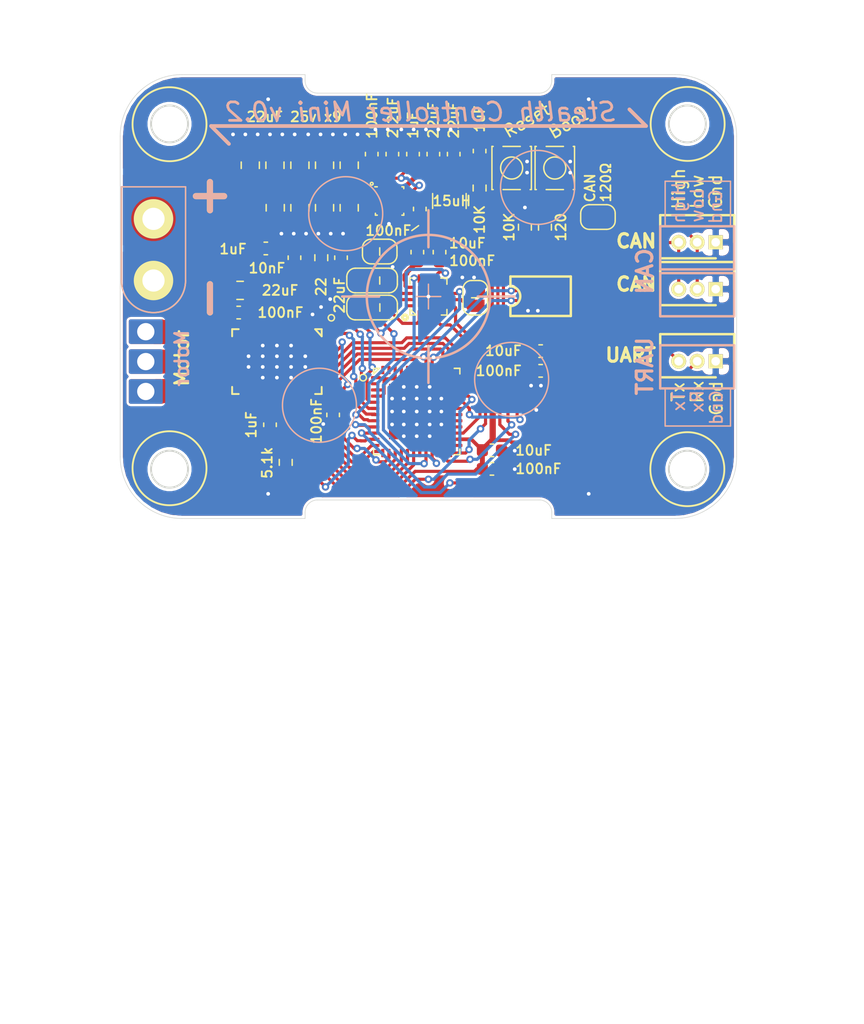
<source format=kicad_pcb>
(kicad_pcb (version 20171130) (host pcbnew "(5.1.9)-1")
  (layers (0 F.Cu signal) (31 B.Cu signal) (34 B.Paste user) (35 F.Paste user) (36 B.SilkS user hide) (37 F.SilkS user) (38 B.Mask user hide) (39 F.Mask user hide) (44 Edge.Cuts user))
  (net 0 "")
  (net 1 "Net-(IC1-Pad36)")
  (net 2 "Net-(IC1-Pad35)")
  (net 3 "Net-(IC1-Pad31)")
  (net 4 "Net-(IC1-Pad30)")
  (net 5 "Net-(IC1-Pad29)")
  (net 6 "Net-(IC1-Pad28)")
  (net 7 "Net-(IC1-Pad25)")
  (net 8 "Net-(IC1-Pad22)")
  (net 9 "Net-(IC1-Pad2)")
  (net 10 "Net-(IC1-Pad48)")
  (net 11 "Net-(IC1-Pad47)")
  (net 12 "Net-(IC1-Pad45)")
  (net 13 "Net-(IC1-Pad44)")
  (net 14 VM)
  (net 15 3.3v)
  (net 16 GND)
  (net 17 EN)
  (net 18 UART1)
  (net 19 UART2)
  (net 20 ENC_MISO)
  (net 21 ENC_CS)
  (net 22 ENC_CLK)
  (net 23 BOOT_SW)
  (net 24 ENC_MOSI)
  (net 25 "Net-(JP1-Pad1)")
  (net 26 FAULT)
  (net 27 DRV_CSA)
  (net 28 DRV_CSB)
  (net 29 DRV_CSC)
  (net 30 DRV_CS)
  (net 31 DRV_CLK)
  (net 32 DRV_SDI)
  (net 33 DRV_SDO)
  (net 34 INLC)
  (net 35 INHC)
  (net 36 INLB)
  (net 37 INHB)
  (net 38 INLA)
  (net 39 INHA)
  (net 40 DRV_OFF)
  (net 41 OUTC)
  (net 42 OUTB)
  (net 43 OUTA)
  (net 44 V_BUCK_OUT)
  (net 45 VREF_ILIM)
  (net 46 CAN_TX)
  (net 47 CAN_RX)
  (net 48 "Net-(C4-Pad1)")
  (net 49 "Net-(C5-Pad1)")
  (net 50 "Net-(C5-Pad2)")
  (net 51 "Net-(IC2-Pad2)")
  (net 52 "Net-(IC3-Pad16)")
  (net 53 "Net-(IC3-Pad15)")
  (net 54 "Net-(IC3-Pad14)")
  (net 55 "Net-(IC3-Pad11)")
  (net 56 "Net-(IC3-Pad9)")
  (net 57 "Net-(IC3-Pad6)")
  (net 58 "Net-(IC3-Pad3)")
  (net 59 "Net-(IC3-Pad2)")
  (net 60 "Net-(R1-Pad1)")
  (net 61 "Net-(C6-Pad2)")
  (net 62 "Net-(C13-Pad1)")
  (net 63 "Net-(C14-Pad2)")
  (net 64 "Net-(C14-Pad1)")
  (net 65 "Net-(IC4-Pad8)")
  (net 66 "Net-(IC4-Pad5)")
  (net 67 "Net-(IC4-Pad7)")
  (net 68 "Net-(IC4-Pad6)")
  (net 69 ENC_ND)
  (net 70 "Net-(IC3-Pad1)")
  (module DriverParts:XT30PB (layer F.Cu) (at 119.317904 92.213591 180)
    (fp_text reference J1 hide)
    (fp_text value XT30PB hide)
    (pad 2 thru_hole circle (at 0 5 270) (size 3.2 3.2) (drill 1.8) (layers *.Cu *.Mask F.SilkS) (net 14 VM))
    (pad 1 thru_hole circle (at 0 0 270) (size 3.2 3.2) (drill 1.8) (layers *.Cu *.Mask F.SilkS) (net 16 GND))
  )
  (module Jumper:SolderJumper-3_P1.3mm_Open_RoundedPad1.0x1.5mm_NumberLabels (layer F.Cu) (at 137.047904 92.213591 180)
    (fp_text reference JP2 hide)
    (fp_text value SolderJumper_3_Bridged12)
    (pad 2 smd rect (at 0 0 180) (size 1 1.5) (layers F.Cu F.Mask) (net 53 "Net-(IC3-Pad15)"))
    (pad 3 smd custom (at 1.3 0 180) (size 1 0.5) (layers F.Cu F.Mask) (net 15 3.3v) (options (clearance outline) (anchor rect)) (primitives (gr_circle (center 0 0.25) (end 0.5 0.25) (width 0)) (gr_circle (center 0 -0.25) (end 0.5 -0.25) (width 0)) (gr_poly (pts (xy -0.55 -0.75) (xy 0 -0.75) (xy 0 0.75) (xy -0.55 0.75)) (width 0))))
    (pad 1 smd custom (at -1.3 0 180) (size 1 0.5) (layers F.Cu F.Mask) (net 16 GND) (options (clearance outline) (anchor rect)) (primitives (gr_circle (center 0 0.25) (end 0.5 0.25) (width 0)) (gr_circle (center 0 -0.25) (end 0.5 -0.25) (width 0)) (gr_poly (pts (xy 0.55 -0.75) (xy 0 -0.75) (xy 0 0.75) (xy 0.55 0.75)) (width 0))))
  )
  (module Jumper:SolderJumper-2_P1.3mm_Open_RoundedPad1.0x1.5mm (layer F.Cu) (at 155.367904 87.063591)
    (fp_text reference JP1 hide)
    (fp_text value SolderJumper_2_Open)
    (pad 2 smd custom (at 0.65 0) (size 1 0.5) (layers F.Cu F.Mask) (net 68 "Net-(IC4-Pad6)") (options (clearance outline) (anchor rect)) (primitives (gr_circle (center 0 0.25) (end 0.5 0.25) (width 0)) (gr_circle (center 0 -0.25) (end 0.5 -0.25) (width 0)) (gr_poly (pts (xy 0 -0.75) (xy -0.5 -0.75) (xy -0.5 0.75) (xy 0 0.75)) (width 0))))
    (pad 1 smd custom (at -0.65 0) (size 1 0.5) (layers F.Cu F.Mask) (net 25 "Net-(JP1-Pad1)") (options (clearance outline) (anchor rect)) (primitives (gr_circle (center 0 0.25) (end 0.5 0.25) (width 0)) (gr_circle (center 0 -0.25) (end 0.5 -0.25) (width 0)) (gr_poly (pts (xy 0 -0.75) (xy 0.5 -0.75) (xy 0.5 0.75) (xy 0 0.75)) (width 0))))
  )
  (module Jumper:SolderJumper-3_P1.3mm_Open_RoundedPad1.0x1.5mm_NumberLabels (layer F.Cu) (at 137.047904 94.403591 180)
    (fp_text reference JP5 hide)
    (fp_text value SolderJumper_3_Bridged12)
    (pad 2 smd rect (at 0 0 180) (size 1 1.5) (layers F.Cu F.Mask) (net 69 ENC_ND))
    (pad 3 smd custom (at 1.3 0 180) (size 1 0.5) (layers F.Cu F.Mask) (net 56 "Net-(IC3-Pad9)") (options (clearance outline) (anchor rect)) (primitives (gr_circle (center 0 0.25) (end 0.5 0.25) (width 0)) (gr_circle (center 0 -0.25) (end 0.5 -0.25) (width 0)) (gr_poly (pts (xy -0.55 -0.75) (xy 0 -0.75) (xy 0 0.75) (xy -0.55 0.75)) (width 0))))
    (pad 1 smd custom (at -1.3 0 180) (size 1 0.5) (layers F.Cu F.Mask) (net 70 "Net-(IC3-Pad1)") (options (clearance outline) (anchor rect)) (primitives (gr_circle (center 0 0.25) (end 0.5 0.25) (width 0)) (gr_circle (center 0 -0.25) (end 0.5 -0.25) (width 0)) (gr_poly (pts (xy 0.55 -0.75) (xy 0 -0.75) (xy 0 0.75) (xy 0.55 0.75)) (width 0))))
  )
  (module Jumper:SolderJumper-2_P1.3mm_Open_RoundedPad1.0x1.5mm (layer F.Cu) (at 137.667904 89.863591)
    (fp_text reference JP4 hide)
    (fp_text value SolderJumper_2_Bridged)
    (pad 2 smd custom (at 0.65 0) (size 1 0.5) (layers F.Cu F.Mask) (net 54 "Net-(IC3-Pad14)") (options (clearance outline) (anchor rect)) (primitives (gr_circle (center 0 0.25) (end 0.5 0.25) (width 0)) (gr_circle (center 0 -0.25) (end 0.5 -0.25) (width 0)) (gr_poly (pts (xy 0 -0.75) (xy -0.5 -0.75) (xy -0.5 0.75) (xy 0 0.75)) (width 0))))
    (pad 1 smd custom (at -0.65 0) (size 1 0.5) (layers F.Cu F.Mask) (net 15 3.3v) (options (clearance outline) (anchor rect)) (primitives (gr_circle (center 0 0.25) (end 0.5 0.25) (width 0)) (gr_circle (center 0 -0.25) (end 0.5 -0.25) (width 0)) (gr_poly (pts (xy 0 -0.75) (xy 0.5 -0.75) (xy 0.5 0.75) (xy 0 0.75)) (width 0))))
  )
  (module Jumper:SolderJumper-2_P1.3mm_Open_RoundedPad1.0x1.5mm (layer F.Cu) (at 145.417904 93.613591 90)
    (fp_text reference JP3 hide)
    (fp_text value SolderJumper_2_Bridged)
    (pad 2 smd custom (at 0.65 0 90) (size 1 0.5) (layers F.Cu F.Mask) (net 16 GND) (options (clearance outline) (anchor rect)) (primitives (gr_circle (center 0 0.25) (end 0.5 0.25) (width 0)) (gr_circle (center 0 -0.25) (end 0.5 -0.25) (width 0)) (gr_poly (pts (xy 0 -0.75) (xy -0.5 -0.75) (xy -0.5 0.75) (xy 0 0.75)) (width 0))))
    (pad 1 smd custom (at -0.65 0 90) (size 1 0.5) (layers F.Cu F.Mask) (net 57 "Net-(IC3-Pad6)") (options (clearance outline) (anchor rect)) (primitives (gr_circle (center 0 0.25) (end 0.5 0.25) (width 0)) (gr_circle (center 0 -0.25) (end 0.5 -0.25) (width 0)) (gr_poly (pts (xy 0 -0.75) (xy 0.5 -0.75) (xy 0.5 0.75) (xy 0 0.75)) (width 0))))
  )
  (module DriverParts:SHDR3W50P0X150 (layer F.Cu) (at 164.917904 89.113591)
    (fp_text reference TWAI2 hide)
    (fp_text value TWAI hide)
    (pad 3 thru_hole circle (at -3 0 90) (size 1.2 1.2) (drill 0.7) (layers *.Cu *.Mask F.SilkS) (net 67 "Net-(IC4-Pad7)"))
    (pad 2 thru_hole circle (at -1.5 0 90) (size 1.2 1.2) (drill 0.7) (layers *.Cu *.Mask F.SilkS) (net 68 "Net-(IC4-Pad6)"))
    (pad 1 thru_hole rect (at 0 0 90) (size 1.15 1.15) (drill 0.7) (layers *.Cu *.Mask F.SilkS) (net 16 GND))
  )
  (module DriverParts:SHDR3W50P0X150 (layer F.Cu) (at 164.917904 92.913591)
    (fp_text reference TWAI1 hide)
    (fp_text value TWAI hide)
    (pad 3 thru_hole circle (at -3 0 90) (size 1.2 1.2) (drill 0.7) (layers *.Cu *.Mask F.SilkS) (net 67 "Net-(IC4-Pad7)"))
    (pad 2 thru_hole circle (at -1.5 0 90) (size 1.2 1.2) (drill 0.7) (layers *.Cu *.Mask F.SilkS) (net 68 "Net-(IC4-Pad6)"))
    (pad 1 thru_hole rect (at 0 0 90) (size 1.15 1.15) (drill 0.7) (layers *.Cu *.Mask F.SilkS) (net 16 GND))
  )
  (module DriverParts:SHDR3W50P0X150 (layer F.Cu) (at 164.917904 98.763591)
    (fp_text reference UART1 hide)
    (fp_text value UART hide)
    (pad 3 thru_hole circle (at -3 0 90) (size 1.2 1.2) (drill 0.7) (layers *.Cu *.Mask F.SilkS) (net 18 UART1))
    (pad 2 thru_hole circle (at -1.5 0 90) (size 1.2 1.2) (drill 0.7) (layers *.Cu *.Mask F.SilkS) (net 19 UART2))
    (pad 1 thru_hole rect (at 0 0 90) (size 1.15 1.15) (drill 0.7) (layers *.Cu *.Mask F.SilkS) (net 16 GND))
  )
  (module DriverParts:MA702 (layer F.Cu) (at 141.617904 93.513591 90)
    (fp_text reference IC3 hide)
    (fp_text value MA702GQ-P hide)
    (pad 17 thru_hole circle (at 0 0 90) (size 0.4 0.4) (drill 0.3) (layers *.Cu F.Mask) (net 16 GND))
    (pad 17 smd rect (at 0 0 90) (size 1.7 1.7) (layers F.Cu F.Paste F.Mask) (net 16 GND))
    (pad 16 smd roundrect (at -0.75 -1.45 90) (size 0.25 0.7) (layers F.Cu F.Paste F.Mask) (net 52 "Net-(IC3-Pad16)"))
    (pad 15 smd roundrect (at -0.25 -1.45 90) (size 0.25 0.7) (layers F.Cu F.Paste F.Mask) (net 53 "Net-(IC3-Pad15)"))
    (pad 14 smd roundrect (at 0.25 -1.45 90) (size 0.25 0.7) (layers F.Cu F.Paste F.Mask) (net 54 "Net-(IC3-Pad14)"))
    (pad 13 smd roundrect (at 0.75 -1.45 90) (size 0.25 0.7) (layers F.Cu F.Paste F.Mask) (net 15 3.3v))
    (pad 12 smd roundrect (at 1.45 -0.75 180) (size 0.25 0.7) (layers F.Cu F.Paste F.Mask) (net 22 ENC_CLK))
    (pad 11 smd roundrect (at 1.45 -0.25 180) (size 0.25 0.7) (layers F.Cu F.Paste F.Mask) (net 55 "Net-(IC3-Pad11)"))
    (pad 10 smd roundrect (at 1.45 0.25 180) (size 0.25 0.7) (layers F.Cu F.Paste F.Mask) (net 16 GND))
    (pad 9 smd roundrect (at 1.45 0.75 180) (size 0.25 0.7) (layers F.Cu F.Paste F.Mask) (net 56 "Net-(IC3-Pad9)"))
    (pad 8 smd roundrect (at 0.75 1.45 90) (size 0.25 0.7) (layers F.Cu F.Paste F.Mask) (net 16 GND))
    (pad 7 smd roundrect (at 0.25 1.45 90) (size 0.25 0.7) (layers F.Cu F.Paste F.Mask) (net 20 ENC_MISO))
    (pad 6 smd roundrect (at -0.25 1.45 90) (size 0.25 0.7) (layers F.Cu F.Paste F.Mask) (net 57 "Net-(IC3-Pad6)"))
    (pad 5 smd roundrect (at -0.75 1.45 90) (size 0.25 0.7) (layers F.Cu F.Paste F.Mask) (net 21 ENC_CS))
    (pad 4 smd roundrect (at -1.45 0.75 180) (size 0.25 0.7) (layers F.Cu F.Paste F.Mask) (net 24 ENC_MOSI))
    (pad 3 smd roundrect (at -1.45 0.25 180) (size 0.25 0.7) (layers F.Cu F.Paste F.Mask) (net 58 "Net-(IC3-Pad3)"))
    (pad 2 smd roundrect (at -1.45 -0.25 180) (size 0.25 0.7) (layers F.Cu F.Paste F.Mask) (net 59 "Net-(IC3-Pad2)"))
    (pad 1 smd roundrect (at -1.45 -0.75 180) (size 0.25 0.7) (layers F.Cu F.Paste F.Mask) (net 70 "Net-(IC3-Pad1)"))
  )
  (module DriverParts:ESP32PICOV3 (layer F.Cu) (at 140.667904 102.838591)
    (fp_text reference IC1 hide)
    (fp_text value ESP32-PICO-V3 hide)
    (pad 49 thru_hole circle (at 2 -1.05) (size 0.5 0.5) (drill 0.3) (layers *.Cu) (net 16 GND))
    (pad 49 thru_hole circle (at -2 -1.05) (size 0.5 0.5) (drill 0.3) (layers *.Cu) (net 16 GND))
    (pad 49 thru_hole circle (at -1.05 -2) (size 0.5 0.5) (drill 0.3) (layers *.Cu) (net 16 GND))
    (pad 49 thru_hole circle (at 1.05 -2) (size 0.5 0.5) (drill 0.3) (layers *.Cu) (net 16 GND))
    (pad 49 thru_hole circle (at 1.05 2) (size 0.5 0.5) (drill 0.3) (layers *.Cu) (net 16 GND))
    (pad 49 thru_hole circle (at -1.05 2) (size 0.5 0.5) (drill 0.3) (layers *.Cu) (net 16 GND))
    (pad 49 thru_hole circle (at 2 1.05) (size 0.5 0.5) (drill 0.3) (layers *.Cu) (net 16 GND))
    (pad 49 thru_hole circle (at -2 1.05) (size 0.5 0.5) (drill 0.3) (layers *.Cu) (net 16 GND))
    (pad 49 thru_hole circle (at -1.05 1.05) (size 0.5 0.5) (drill 0.3) (layers *.Cu) (net 16 GND))
    (pad 49 thru_hole circle (at 1.05 -1.05) (size 0.5 0.5) (drill 0.3) (layers *.Cu) (net 16 GND))
    (pad 49 thru_hole circle (at 1.05 1.05) (size 0.5 0.5) (drill 0.3) (layers *.Cu) (net 16 GND))
    (pad 49 thru_hole circle (at 0 2) (size 0.5 0.5) (drill 0.3) (layers *.Cu) (net 16 GND))
    (pad 49 thru_hole circle (at 0 1.05) (size 0.5 0.5) (drill 0.3) (layers *.Cu) (net 16 GND))
    (pad 49 thru_hole circle (at -1.05 -1.05) (size 0.5 0.5) (drill 0.3) (layers *.Cu) (net 16 GND))
    (pad 49 thru_hole circle (at 0 -2) (size 0.5 0.5) (drill 0.3) (layers *.Cu) (net 16 GND))
    (pad 49 thru_hole circle (at 0 -1.05) (size 0.5 0.5) (drill 0.3) (layers *.Cu) (net 16 GND))
    (pad 49 thru_hole circle (at 2 0) (size 0.5 0.5) (drill 0.3) (layers *.Cu) (net 16 GND))
    (pad 49 thru_hole circle (at 1.05 0) (size 0.5 0.5) (drill 0.3) (layers *.Cu) (net 16 GND))
    (pad 49 thru_hole circle (at -2 0) (size 0.5 0.5) (drill 0.3) (layers *.Cu) (net 16 GND))
    (pad 49 thru_hole circle (at -1.05 0) (size 0.5 0.5) (drill 0.3) (layers *.Cu) (net 16 GND))
    (pad 49 thru_hole circle (at 0 0) (size 0.5 0.5) (drill 0.3) (layers *.Cu) (net 16 GND))
    (pad 49 smd rect (at 0 0) (size 4.5 4.5) (layers F.Cu F.Mask) (net 16 GND))
    (pad 48 smd roundrect (at -2.75 -3.365) (size 0.25 0.68) (layers F.Cu F.Paste F.Mask) (roundrect_rratio 0.2) (net 10 "Net-(IC1-Pad48)"))
    (pad 47 smd roundrect (at -2.25 -3.365) (size 0.25 0.68) (layers F.Cu F.Paste F.Mask) (roundrect_rratio 0.2) (net 11 "Net-(IC1-Pad47)"))
    (pad 46 smd roundrect (at -1.75 -3.365) (size 0.25 0.68) (layers F.Cu F.Paste F.Mask) (roundrect_rratio 0.2) (net 15 3.3v))
    (pad 45 smd roundrect (at -1.25 -3.365) (size 0.25 0.68) (layers F.Cu F.Paste F.Mask) (roundrect_rratio 0.2) (net 12 "Net-(IC1-Pad45)"))
    (pad 44 smd roundrect (at -0.75 -3.365) (size 0.25 0.68) (layers F.Cu F.Paste F.Mask) (roundrect_rratio 0.2) (net 13 "Net-(IC1-Pad44)"))
    (pad 43 smd roundrect (at -0.25 -3.365) (size 0.25 0.68) (layers F.Cu F.Paste F.Mask) (roundrect_rratio 0.2) (net 15 3.3v))
    (pad 42 smd roundrect (at 0.25 -3.365) (size 0.25 0.68) (layers F.Cu F.Paste F.Mask) (roundrect_rratio 0.2) (net 33 DRV_SDO))
    (pad 41 smd roundrect (at 0.75 -3.365) (size 0.25 0.68) (layers F.Cu F.Paste F.Mask) (roundrect_rratio 0.2) (net 18 UART1))
    (pad 40 smd roundrect (at 1.25 -3.365) (size 0.25 0.68) (layers F.Cu F.Paste F.Mask) (roundrect_rratio 0.2) (net 19 UART2))
    (pad 39 smd roundrect (at 1.75 -3.365) (size 0.25 0.68) (layers F.Cu F.Paste F.Mask) (roundrect_rratio 0.2) (net 32 DRV_SDI))
    (pad 38 smd roundrect (at 2.25 -3.365) (size 0.25 0.68) (layers F.Cu F.Paste F.Mask) (roundrect_rratio 0.2) (net 31 DRV_CLK))
    (pad 37 smd roundrect (at 2.75 -3.365) (size 0.25 0.68) (layers F.Cu F.Paste F.Mask) (roundrect_rratio 0.2) (net 15 3.3v))
    (pad 36 smd roundrect (at 3.365 -2.75 90) (size 0.25 0.68) (layers F.Cu F.Paste F.Mask) (roundrect_rratio 0.2) (net 1 "Net-(IC1-Pad36)"))
    (pad 35 smd roundrect (at 3.365 -2.25 90) (size 0.25 0.68) (layers F.Cu F.Paste F.Mask) (roundrect_rratio 0.2) (net 2 "Net-(IC1-Pad35)"))
    (pad 34 smd roundrect (at 3.365 -1.75 90) (size 0.25 0.68) (layers F.Cu F.Paste F.Mask) (roundrect_rratio 0.2) (net 30 DRV_CS))
    (pad 33 smd roundrect (at 3.365 -1.25 90) (size 0.25 0.68) (layers F.Cu F.Paste F.Mask) (roundrect_rratio 0.2) (net 40 DRV_OFF))
    (pad 32 smd roundrect (at 3.365 -0.75 90) (size 0.25 0.68) (layers F.Cu F.Paste F.Mask) (roundrect_rratio 0.2) (net 46 CAN_TX))
    (pad 31 smd roundrect (at 3.365 -0.25 90) (size 0.25 0.68) (layers F.Cu F.Paste F.Mask) (roundrect_rratio 0.2) (net 3 "Net-(IC1-Pad31)"))
    (pad 30 smd roundrect (at 3.365 0.25 90) (size 0.25 0.68) (layers F.Cu F.Paste F.Mask) (roundrect_rratio 0.2) (net 4 "Net-(IC1-Pad30)"))
    (pad 29 smd roundrect (at 3.365 0.75 90) (size 0.25 0.68) (layers F.Cu F.Paste F.Mask) (roundrect_rratio 0.2) (net 5 "Net-(IC1-Pad29)"))
    (pad 28 smd roundrect (at 3.365 1.25 90) (size 0.25 0.68) (layers F.Cu F.Paste F.Mask) (roundrect_rratio 0.2) (net 6 "Net-(IC1-Pad28)"))
    (pad 27 smd roundrect (at 3.365 1.75 90) (size 0.25 0.68) (layers F.Cu F.Paste F.Mask) (roundrect_rratio 0.2) (net 24 ENC_MOSI))
    (pad 26 smd roundrect (at 3.365 2.25 90) (size 0.25 0.68) (layers F.Cu F.Paste F.Mask) (roundrect_rratio 0.2) (net 15 3.3v))
    (pad 25 smd roundrect (at 3.365 2.75 90) (size 0.25 0.68) (layers F.Cu F.Paste F.Mask) (roundrect_rratio 0.2) (net 7 "Net-(IC1-Pad25)"))
    (pad 24 smd roundrect (at 2.75 3.365) (size 0.25 0.68) (layers F.Cu F.Paste F.Mask) (roundrect_rratio 0.2) (net 21 ENC_CS))
    (pad 23 smd roundrect (at 2.25 3.365) (size 0.25 0.68) (layers F.Cu F.Paste F.Mask) (roundrect_rratio 0.2) (net 23 BOOT_SW))
    (pad 22 smd roundrect (at 1.75 3.365) (size 0.25 0.68) (layers F.Cu F.Paste F.Mask) (roundrect_rratio 0.2) (net 8 "Net-(IC1-Pad22)"))
    (pad 21 smd roundrect (at 1.25 3.365) (size 0.25 0.68) (layers F.Cu F.Paste F.Mask) (roundrect_rratio 0.2) (net 20 ENC_MISO))
    (pad 20 smd roundrect (at 0.75 3.365) (size 0.25 0.68) (layers F.Cu F.Paste F.Mask) (roundrect_rratio 0.2) (net 22 ENC_CLK))
    (pad 19 smd roundrect (at 0.25 3.365) (size 0.25 0.68) (layers F.Cu F.Paste F.Mask) (roundrect_rratio 0.2) (net 15 3.3v))
    (pad 18 smd roundrect (at -0.25 3.365) (size 0.25 0.68) (layers F.Cu F.Paste F.Mask) (roundrect_rratio 0.2) (net 39 INHA))
    (pad 17 smd roundrect (at -0.75 3.365) (size 0.25 0.68) (layers F.Cu F.Paste F.Mask) (roundrect_rratio 0.2) (net 38 INLA))
    (pad 16 smd roundrect (at -1.25 3.365) (size 0.25 0.68) (layers F.Cu F.Paste F.Mask) (roundrect_rratio 0.2) (net 37 INHB))
    (pad 15 smd roundrect (at -1.75 3.365) (size 0.25 0.68) (layers F.Cu F.Paste F.Mask) (roundrect_rratio 0.2) (net 36 INLB))
    (pad 14 smd roundrect (at -2.25 3.365) (size 0.25 0.68) (layers F.Cu F.Paste F.Mask) (roundrect_rratio 0.2) (net 45 VREF_ILIM))
    (pad 13 smd roundrect (at -2.75 3.365) (size 0.25 0.68) (layers F.Cu F.Paste F.Mask) (roundrect_rratio 0.2) (net 35 INHC))
    (pad 12 smd roundrect (at -3.365 2.75 90) (size 0.25 0.68) (layers F.Cu F.Paste F.Mask) (roundrect_rratio 0.2) (net 34 INLC))
    (pad 11 smd roundrect (at -3.365 2.25 90) (size 0.25 0.68) (layers F.Cu F.Paste F.Mask) (roundrect_rratio 0.2) (net 26 FAULT))
    (pad 10 smd roundrect (at -3.365 1.75 90) (size 0.25 0.68) (layers F.Cu F.Paste F.Mask) (roundrect_rratio 0.2) (net 47 CAN_RX))
    (pad 9 smd roundrect (at -3.365 1.25 90) (size 0.25 0.68) (layers F.Cu F.Paste F.Mask) (roundrect_rratio 0.2) (net 17 EN))
    (pad 8 smd roundrect (at -3.365 0.75 90) (size 0.25 0.68) (layers F.Cu F.Paste F.Mask) (roundrect_rratio 0.2) (net 69 ENC_ND))
    (pad 7 smd roundrect (at -3.365 0.25 90) (size 0.25 0.68) (layers F.Cu F.Paste F.Mask) (roundrect_rratio 0.2) (net 29 DRV_CSC))
    (pad 6 smd roundrect (at -3.365 -0.25 90) (size 0.25 0.68) (layers F.Cu F.Paste F.Mask) (roundrect_rratio 0.2) (net 28 DRV_CSB))
    (pad 5 smd roundrect (at -3.365 -0.75 90) (size 0.25 0.68) (layers F.Cu F.Paste F.Mask) (roundrect_rratio 0.2) (net 27 DRV_CSA))
    (pad 4 smd roundrect (at -3.365 -1.25 90) (size 0.25 0.68) (layers F.Cu F.Paste F.Mask) (roundrect_rratio 0.2) (net 15 3.3v))
    (pad 3 smd roundrect (at -3.365 -1.75 90) (size 0.25 0.68) (layers F.Cu F.Paste F.Mask) (roundrect_rratio 0.2) (net 15 3.3v))
    (pad 2 smd roundrect (at -3.365 -2.25 90) (size 0.25 0.68) (layers F.Cu F.Paste F.Mask) (roundrect_rratio 0.2) (net 9 "Net-(IC1-Pad2)"))
    (pad 1 smd roundrect (at -3.365 -2.75 90) (size 0.25 0.68) (layers F.Cu F.Paste F.Mask) (roundrect_rratio 0.2) (net 15 3.3v))
  )
  (module Capacitor_SMD:C_0603_1608Metric (layer F.Cu) (at 140.717904 89.913591 90)
    (fp_text reference C18 hide)
    (fp_text value 10uF (at 0.725 4.05) (layer F.SilkS) (effects (font (size 0.8 0.8))))
    (pad 2 smd roundrect (at 0.775 0 90) (size 0.9 0.95) (layers F.Cu F.Paste F.Mask) (net 16 GND))
    (pad 1 smd roundrect (at -0.775 0 90) (size 0.9 0.95) (layers F.Cu F.Paste F.Mask) (net 15 3.3v))
  )
  (module Capacitor_SMD:C_0603_1608Metric (layer F.Cu) (at 142.517904 89.913591 90)
    (fp_text reference C17 hide)
    (fp_text value 100nF (at -0.7 2.65) (layer F.SilkS) (effects (font (size 0.8 0.8))))
    (pad 2 smd roundrect (at 0.775 0 90) (size 0.9 0.95) (layers F.Cu F.Paste F.Mask) (net 16 GND))
    (pad 1 smd roundrect (at -0.775 0 90) (size 0.9 0.95) (layers F.Cu F.Paste F.Mask) (net 15 3.3v))
  )
  (module DriverParts:DRV8316 (layer F.Cu) (at 129.327904 98.788591 270)
    (fp_text reference U1 hide)
    (fp_text value DRV8316R hide)
    (pad 1 smd roundrect (at -2.4511 -2.75) (size 0.254 0.8636) (layers F.Cu F.Paste F.Mask) (roundrect_rratio 0.197) (net 16 GND))
    (pad 2 smd roundrect (at -2.4511 -2.250001) (size 0.254 0.8636) (layers F.Cu F.Paste F.Mask) (roundrect_rratio 0.197) (net 16 GND))
    (pad 3 smd roundrect (at -2.4511 -1.749999) (size 0.254 0.8636) (layers F.Cu F.Paste F.Mask) (roundrect_rratio 0.197) (net 44 V_BUCK_OUT))
    (pad 4 smd roundrect (at -2.4511 -1.25) (size 0.254 0.8636) (layers F.Cu F.Paste F.Mask) (roundrect_rratio 0.197) (net 16 GND))
    (pad 5 smd roundrect (at -2.4511 -0.750001) (size 0.254 0.8636) (layers F.Cu F.Paste F.Mask) (roundrect_rratio 0.197) (net 60 "Net-(R1-Pad1)"))
    (pad 6 smd roundrect (at -2.4511 -0.25) (size 0.254 0.8636) (layers F.Cu F.Paste F.Mask) (roundrect_rratio 0.197) (net 50 "Net-(C5-Pad2)"))
    (pad 7 smd roundrect (at -2.4511 0.25) (size 0.254 0.8636) (layers F.Cu F.Paste F.Mask) (roundrect_rratio 0.197) (net 49 "Net-(C5-Pad1)"))
    (pad 8 smd roundrect (at -2.4511 0.750001) (size 0.254 0.8636) (layers F.Cu F.Paste F.Mask) (roundrect_rratio 0.197) (net 48 "Net-(C4-Pad1)"))
    (pad 9 smd roundrect (at -2.4511 1.25) (size 0.254 0.8636) (layers F.Cu F.Paste F.Mask) (roundrect_rratio 0.197) (net 14 VM))
    (pad 10 smd roundrect (at -2.4511 1.749999) (size 0.254 0.8636) (layers F.Cu F.Paste F.Mask) (roundrect_rratio 0.197) (net 14 VM))
    (pad 11 smd roundrect (at -2.4511 2.250001) (size 0.254 0.8636) (layers F.Cu F.Paste F.Mask) (roundrect_rratio 0.197) (net 14 VM))
    (pad 12 smd roundrect (at -2.4511 2.75) (size 0.254 0.8636) (layers F.Cu F.Paste F.Mask) (roundrect_rratio 0.197) (net 16 GND))
    (pad 13 smd roundrect (at -1.749999 3.4544 270) (size 0.254 0.8636) (layers F.Cu F.Paste F.Mask) (roundrect_rratio 0.197) (net 43 OUTA))
    (pad 14 smd roundrect (at -1.25 3.4544 270) (size 0.254 0.8636) (layers F.Cu F.Paste F.Mask) (roundrect_rratio 0.197) (net 43 OUTA))
    (pad 15 smd roundrect (at -0.750001 3.4544 270) (size 0.254 0.8636) (layers F.Cu F.Paste F.Mask) (roundrect_rratio 0.197) (net 16 GND))
    (pad 16 smd roundrect (at -0.25 3.4544 270) (size 0.254 0.8636) (layers F.Cu F.Paste F.Mask) (roundrect_rratio 0.197) (net 42 OUTB))
    (pad 17 smd roundrect (at 0.25 3.4544 270) (size 0.254 0.8636) (layers F.Cu F.Paste F.Mask) (roundrect_rratio 0.197) (net 42 OUTB))
    (pad 18 smd roundrect (at 0.750001 3.4544 270) (size 0.254 0.8636) (layers F.Cu F.Paste F.Mask) (roundrect_rratio 0.197) (net 16 GND))
    (pad 19 smd roundrect (at 1.25 3.4544 270) (size 0.254 0.8636) (layers F.Cu F.Paste F.Mask) (roundrect_rratio 0.197) (net 41 OUTC))
    (pad 20 smd roundrect (at 1.749999 3.4544 270) (size 0.254 0.8636) (layers F.Cu F.Paste F.Mask) (roundrect_rratio 0.197) (net 41 OUTC))
    (pad 21 smd roundrect (at 2.4511 2.75) (size 0.254 0.8636) (layers F.Cu F.Paste F.Mask) (roundrect_rratio 0.197) (net 40 DRV_OFF))
    (pad 22 smd roundrect (at 2.4511 2.250001) (size 0.254 0.8636) (layers F.Cu F.Paste F.Mask) (roundrect_rratio 0.197) (net 26 FAULT))
    (pad 23 smd roundrect (at 2.4511 1.749999) (size 0.254 0.8636) (layers F.Cu F.Paste F.Mask) (roundrect_rratio 0.197) (net 15 3.3v))
    (pad 24 smd roundrect (at 2.4511 1.25) (size 0.254 0.8636) (layers F.Cu F.Paste F.Mask) (roundrect_rratio 0.197) (net 16 GND))
    (pad 25 smd roundrect (at 2.4511 0.750001) (size 0.254 0.8636) (layers F.Cu F.Paste F.Mask) (roundrect_rratio 0.197) (net 61 "Net-(C6-Pad2)"))
    (pad 26 smd roundrect (at 2.4511 0.25) (size 0.254 0.8636) (layers F.Cu F.Paste F.Mask) (roundrect_rratio 0.197) (net 16 GND))
    (pad 27 smd roundrect (at 2.4511 -0.25) (size 0.254 0.8636) (layers F.Cu F.Paste F.Mask) (roundrect_rratio 0.197) (net 39 INHA))
    (pad 28 smd roundrect (at 2.4511 -0.750001) (size 0.254 0.8636) (layers F.Cu F.Paste F.Mask) (roundrect_rratio 0.197) (net 38 INLA))
    (pad 29 smd roundrect (at 2.4511 -1.25) (size 0.254 0.8636) (layers F.Cu F.Paste F.Mask) (roundrect_rratio 0.197) (net 37 INHB))
    (pad 30 smd roundrect (at 2.4511 -1.749999) (size 0.254 0.8636) (layers F.Cu F.Paste F.Mask) (roundrect_rratio 0.197) (net 36 INLB))
    (pad 31 smd roundrect (at 2.4511 -2.250001) (size 0.254 0.8636) (layers F.Cu F.Paste F.Mask) (roundrect_rratio 0.197) (net 35 INHC))
    (pad 32 smd roundrect (at 2.4511 -2.75) (size 0.254 0.8636) (layers F.Cu F.Paste F.Mask) (roundrect_rratio 0.197) (net 34 INLC))
    (pad 33 smd roundrect (at 1.749999 -3.4544 270) (size 0.254 0.8636) (layers F.Cu F.Paste F.Mask) (roundrect_rratio 0.197) (net 33 DRV_SDO))
    (pad 34 smd roundrect (at 1.25 -3.4544 270) (size 0.254 0.8636) (layers F.Cu F.Paste F.Mask) (roundrect_rratio 0.197) (net 32 DRV_SDI))
    (pad 35 smd roundrect (at 0.750001 -3.4544 270) (size 0.254 0.8636) (layers F.Cu F.Paste F.Mask) (roundrect_rratio 0.197) (net 31 DRV_CLK))
    (pad 36 smd roundrect (at 0.25 -3.4544 270) (size 0.254 0.8636) (layers F.Cu F.Paste F.Mask) (roundrect_rratio 0.197) (net 30 DRV_CS))
    (pad 37 smd roundrect (at -0.25 -3.4544 270) (size 0.254 0.8636) (layers F.Cu F.Paste F.Mask) (roundrect_rratio 0.197) (net 45 VREF_ILIM))
    (pad 38 smd roundrect (at -0.750001 -3.4544 270) (size 0.254 0.8636) (layers F.Cu F.Paste F.Mask) (roundrect_rratio 0.197) (net 29 DRV_CSC))
    (pad 39 smd roundrect (at -1.25 -3.4544 270) (size 0.254 0.8636) (layers F.Cu F.Paste F.Mask) (roundrect_rratio 0.197) (net 28 DRV_CSB))
    (pad 40 smd roundrect (at -1.749999 -3.4544 270) (size 0.254 0.8636) (layers F.Cu F.Paste F.Mask) (roundrect_rratio 0.197) (net 27 DRV_CSA))
    (pad 41 smd rect (at 0 0 270) (size 3.0988 5.1054) (layers F.Cu F.Mask) (net 16 GND))
    (pad 41 thru_hole circle (at 0.433332 -2.3 270) (size 0.5 0.5) (drill 0.3) (layers *.Cu) (net 16 GND))
    (pad 41 thru_hole circle (at -0.433334 -2.3 270) (size 0.5 0.5) (drill 0.3) (layers *.Cu) (net 16 GND))
    (pad 41 thru_hole circle (at -0.433334 2.3 270) (size 0.5 0.5) (drill 0.3) (layers *.Cu) (net 16 GND))
    (pad 41 thru_hole circle (at 0.433332 2.3 270) (size 0.5 0.5) (drill 0.3) (layers *.Cu) (net 16 GND))
    (pad 41 thru_hole circle (at -0.433334 1.15 270) (size 0.5 0.5) (drill 0.3) (layers *.Cu) (net 16 GND))
    (pad 41 thru_hole circle (at 0.433332 1.15 270) (size 0.5 0.5) (drill 0.3) (layers *.Cu) (net 16 GND))
    (pad 41 thru_hole circle (at 1.3 1.15 270) (size 0.5 0.5) (drill 0.3) (layers *.Cu) (net 16 GND))
    (pad 41 thru_hole circle (at -1.3 1.15 270) (size 0.5 0.5) (drill 0.3) (layers *.Cu) (net 16 GND))
    (pad 41 thru_hole circle (at -0.433334 0 270) (size 0.5 0.5) (drill 0.3) (layers *.Cu) (net 16 GND))
    (pad 41 thru_hole circle (at 0.433332 0 270) (size 0.5 0.5) (drill 0.3) (layers *.Cu) (net 16 GND))
    (pad 41 thru_hole circle (at 1.3 0 270) (size 0.5 0.5) (drill 0.3) (layers *.Cu) (net 16 GND))
    (pad 41 thru_hole circle (at -1.3 0 270) (size 0.5 0.5) (drill 0.3) (layers *.Cu) (net 16 GND))
    (pad 41 thru_hole circle (at -0.433334 -1.15 270) (size 0.5 0.5) (drill 0.3) (layers *.Cu) (net 16 GND))
    (pad 41 thru_hole circle (at 0.433332 -1.15 270) (size 0.5 0.5) (drill 0.3) (layers *.Cu) (net 16 GND))
    (pad 41 thru_hole circle (at 1.3 -1.15 270) (size 0.5 0.5) (drill 0.3) (layers *.Cu) (net 16 GND))
    (pad 41 thru_hole circle (at -1.3 -1.15 270) (size 0.5 0.5) (drill 0.3) (layers *.Cu) (net 16 GND))
  )
  (module DriverParts:XKB_Connectivity_TS-1177-B-B-B (layer F.Cu) (at 148.367904 83.088591 270)
    (fp_text reference Reset1 hide)
    (fp_text value SW_Push_Dual hide)
    (pad 4 smd roundrect (at 1.775 1.1 270) (size 0.95 0.6) (layers F.Cu F.Paste F.Mask) (net 17 EN))
    (pad 3 smd roundrect (at -1.775 1.1 270) (size 0.95 0.6) (layers F.Cu F.Paste F.Mask) (net 17 EN))
    (pad 2 smd roundrect (at 1.775 -1.1 270) (size 0.95 0.6) (layers F.Cu F.Paste F.Mask) (net 16 GND))
    (pad 1 smd roundrect (at -1.775 -1.1 270) (size 0.95 0.6) (layers F.Cu F.Paste F.Mask) (net 16 GND))
  )
  (module Capacitor_SMD:C_0603_1608Metric (layer F.Cu) (at 137.017904 81.963591 90)
    (fp_text reference C12 hide)
    (fp_text value 100nF (at 3.1 0.025 90) (layer F.SilkS) (effects (font (size 0.8 0.8))))
    (pad 2 smd roundrect (at 0.775 0 90) (size 0.9 0.95) (layers F.Cu F.Paste F.Mask) (net 16 GND))
    (pad 1 smd roundrect (at -0.775 0 90) (size 0.9 0.95) (layers F.Cu F.Paste F.Mask) (net 14 VM))
  )
  (module Capacitor_SMD:C_0603_1608Metric (layer F.Cu) (at 140.917904 86.413591 270)
    (fp_text reference C14 hide)
    (fp_text value 100nF (at 1.75 2.55) (layer F.SilkS) (effects (font (size 0.8 0.8))))
    (pad 2 smd roundrect (at 0.775 0 270) (size 0.9 0.95) (layers F.Cu F.Paste F.Mask) (net 63 "Net-(C14-Pad2)"))
    (pad 1 smd roundrect (at -0.775 0 270) (size 0.9 0.95) (layers F.Cu F.Paste F.Mask) (net 64 "Net-(C14-Pad1)"))
  )
  (module Capacitor_SMD:C_0603_1608Metric (layer F.Cu) (at 143.667904 81.963591 90)
    (fp_text reference C15 hide)
    (fp_text value 22uF (at 2.75 0 270) (layer F.SilkS) (effects (font (size 0.8 0.8))))
    (pad 2 smd roundrect (at 0.775 0 90) (size 0.9 0.95) (layers F.Cu F.Paste F.Mask) (net 16 GND))
    (pad 1 smd roundrect (at -0.775 0 90) (size 0.9 0.95) (layers F.Cu F.Paste F.Mask) (net 15 3.3v))
  )
  (module Capacitor_SMD:C_0603_1608Metric (layer F.Cu) (at 140.367904 81.963591 90)
    (fp_text reference C13 hide)
    (fp_text value 1uF (at 2.35 0 270) (layer F.SilkS) (effects (font (size 0.8 0.8))))
    (pad 2 smd roundrect (at 0.775 0 90) (size 0.9 0.95) (layers F.Cu F.Paste F.Mask) (net 16 GND))
    (pad 1 smd roundrect (at -0.775 0 90) (size 0.9 0.95) (layers F.Cu F.Paste F.Mask) (net 62 "Net-(C13-Pad1)"))
  )
  (module Capacitor_SMD:C_0603_1608Metric (layer F.Cu) (at 142.017904 81.963591 90)
    (fp_text reference C16 hide)
    (fp_text value 22uF (at 2.75 0 90) (layer F.SilkS) (effects (font (size 0.8 0.8))))
    (pad 2 smd roundrect (at 0.775 0 90) (size 0.9 0.95) (layers F.Cu F.Paste F.Mask) (net 16 GND))
    (pad 1 smd roundrect (at -0.775 0 90) (size 0.9 0.95) (layers F.Cu F.Paste F.Mask) (net 15 3.3v))
  )
  (module Inductor_SMD:L_1210_3225Metric (layer F.Cu) (at 143.317904 85.763591 90)
    (fp_text reference L1 hide)
    (fp_text value 15uH (at 0 0.2 180) (layer F.SilkS) (effects (font (size 0.8 0.8))))
    (pad 2 smd roundrect (at 1.4 0 90) (size 1.25 2.65) (layers F.Cu F.Paste F.Mask) (roundrect_rratio 0.2) (net 15 3.3v))
    (pad 1 smd roundrect (at -1.4 0 90) (size 1.25 2.65) (layers F.Cu F.Paste F.Mask) (roundrect_rratio 0.2) (net 63 "Net-(C14-Pad2)"))
  )
  (module Capacitor_SMD:C_0805_2012Metric (layer F.Cu) (at 129.192904 86.313591 270)
    (fp_text reference C21 hide)
    (fp_text value "22uF 25v")
    (pad 2 smd roundrect (at 0.95 0 270) (size 1 1.45) (layers F.Cu F.Paste F.Mask) (net 16 GND))
    (pad 1 smd roundrect (at -0.95 0 270) (size 1 1.45) (layers F.Cu F.Paste F.Mask) (net 14 VM))
  )
  (module Capacitor_SMD:C_0603_1608Metric (layer F.Cu) (at 133.887904 103.113591 90)
    (fp_text reference C7 hide)
    (fp_text value 100nF (at -0.5 -1.35 270) (layer F.SilkS) (effects (font (size 0.8 0.8))))
    (pad 2 smd roundrect (at 0.775 0 90) (size 0.9 0.95) (layers F.Cu F.Paste F.Mask) (net 45 VREF_ILIM))
    (pad 1 smd roundrect (at -0.775 0 90) (size 0.9 0.95) (layers F.Cu F.Paste F.Mask) (net 16 GND))
  )
  (module Capacitor_SMD:C_0603_1608Metric (layer F.Cu) (at 126.227904 94.813591 180)
    (fp_text reference C2 hide)
    (fp_text value 100nF (at -3.39 0) (layer F.SilkS) (effects (font (size 0.8 0.8))))
    (pad 2 smd roundrect (at 0.775 0 180) (size 0.9 0.95) (layers F.Cu F.Paste F.Mask) (net 16 GND))
    (pad 1 smd roundrect (at -0.775 0 180) (size 0.9 0.95) (layers F.Cu F.Paste F.Mask) (net 14 VM))
  )
  (module Capacitor_SMD:C_0603_1608Metric (layer F.Cu) (at 128.767904 103.913591 90)
    (fp_text reference C6 hide)
    (fp_text value 1uF (at 0 -1.52028 90) (layer F.SilkS) (effects (font (size 0.8 0.8))))
    (pad 2 smd roundrect (at 0.775 0 90) (size 0.9 0.95) (layers F.Cu F.Paste F.Mask) (net 61 "Net-(C6-Pad2)"))
    (pad 1 smd roundrect (at -0.775 0 90) (size 0.9 0.95) (layers F.Cu F.Paste F.Mask) (net 16 GND))
  )
  (module Capacitor_SMD:C_0805_2012Metric (layer F.Cu) (at 131.192904 86.313591 270)
    (fp_text reference C26 hide)
    (fp_text value "22uF 25v")
    (pad 2 smd roundrect (at 0.95 0 270) (size 1 1.45) (layers F.Cu F.Paste F.Mask) (net 16 GND))
    (pad 1 smd roundrect (at -0.95 0 270) (size 1 1.45) (layers F.Cu F.Paste F.Mask) (net 14 VM))
  )
  (module Capacitor_SMD:C_0603_1608Metric (layer F.Cu) (at 130.752904 90.363591 90)
    (fp_text reference C5 hide)
    (fp_text value 10nF (at -0.85 -2.235 180) (layer F.SilkS) (effects (font (size 0.8 0.8))))
    (pad 2 smd roundrect (at 0.775 0 90) (size 0.9 0.95) (layers F.Cu F.Paste F.Mask) (net 50 "Net-(C5-Pad2)"))
    (pad 1 smd roundrect (at -0.775 0 90) (size 0.9 0.95) (layers F.Cu F.Paste F.Mask) (net 49 "Net-(C5-Pad1)"))
  )
  (module Capacitor_SMD:C_0805_2012Metric (layer F.Cu) (at 133.192146 86.313591 270)
    (fp_text reference C25 hide)
    (fp_text value "22uF 25v")
    (pad 2 smd roundrect (at 0.95 0 270) (size 1 1.45) (layers F.Cu F.Paste F.Mask) (net 16 GND))
    (pad 1 smd roundrect (at -0.95 0 270) (size 1 1.45) (layers F.Cu F.Paste F.Mask) (net 14 VM))
  )
  (module Capacitor_SMD:C_0805_2012Metric (layer F.Cu) (at 135.192146 86.313591 270)
    (fp_text reference C24 hide)
    (fp_text value "22uF 25v")
    (pad 2 smd roundrect (at 0.95 0 270) (size 1 1.45) (layers F.Cu F.Paste F.Mask) (net 16 GND))
    (pad 1 smd roundrect (at -0.95 0 270) (size 1 1.45) (layers F.Cu F.Paste F.Mask) (net 14 VM))
  )
  (module Capacitor_SMD:C_0805_2012Metric (layer F.Cu) (at 129.168662 82.863844 90)
    (fp_text reference C23 hide)
    (fp_text value "22uF 25v")
    (pad 2 smd roundrect (at 0.95 0 90) (size 1 1.45) (layers F.Cu F.Paste F.Mask) (net 16 GND))
    (pad 1 smd roundrect (at -0.95 0 90) (size 1 1.45) (layers F.Cu F.Paste F.Mask) (net 14 VM))
  )
  (module Capacitor_SMD:C_0805_2012Metric (layer F.Cu) (at 127.168662 82.863843 90)
    (fp_text reference C22 hide)
    (fp_text value "22uF 25v")
    (pad 2 smd roundrect (at 0.95 0 90) (size 1 1.45) (layers F.Cu F.Paste F.Mask) (net 16 GND))
    (pad 1 smd roundrect (at -0.95 0 90) (size 1 1.45) (layers F.Cu F.Paste F.Mask) (net 14 VM))
  )
  (module Resistor_SMD:R_0603_1608Metric (layer F.Cu) (at 130.042904 106.963591 270)
    (fp_text reference R2 hide)
    (fp_text value 5.1k (at 0.035355 1.5 90) (layer F.SilkS) (effects (font (size 0.8 0.8))))
    (pad 2 smd roundrect (at 0.825 0 270) (size 0.8 0.95) (layers F.Cu F.Paste F.Mask) (net 26 FAULT))
    (pad 1 smd roundrect (at -0.825 0 270) (size 0.8 0.95) (layers F.Cu F.Paste F.Mask) (net 15 3.3v))
  )
  (module Capacitor_SMD:C_0603_1608Metric (layer F.Cu) (at 128.427904 89.613591 180)
    (fp_text reference C4 hide)
    (fp_text value 1uF (at 2.66 -0.05) (layer F.SilkS) (effects (font (size 0.8 0.8))))
    (pad 2 smd roundrect (at 0.775 0 180) (size 0.9 0.95) (layers F.Cu F.Paste F.Mask) (net 14 VM))
    (pad 1 smd roundrect (at -0.775 0 180) (size 0.9 0.95) (layers F.Cu F.Paste F.Mask) (net 48 "Net-(C4-Pad1)"))
  )
  (module Capacitor_SMD:C_0805_2012Metric (layer F.Cu) (at 126.342904 93.013591 180)
    (fp_text reference C3 hide)
    (fp_text value 22uF (at -3.24 0) (layer F.SilkS) (effects (font (size 0.8 0.8))))
    (pad 2 smd roundrect (at 0.95 0 180) (size 1 1.45) (layers F.Cu F.Paste F.Mask) (net 16 GND))
    (pad 1 smd roundrect (at -0.95 0 180) (size 1 1.45) (layers F.Cu F.Paste F.Mask) (net 14 VM))
  )
  (module Capacitor_SMD:C_0603_1608Metric (layer F.Cu) (at 146.767904 105.988591)
    (fp_text reference C9 hide)
    (fp_text value 10uF (at 3.375 0) (layer F.SilkS) (effects (font (size 0.8 0.8))))
    (pad 2 smd roundrect (at 0.775 0) (size 0.9 0.95) (layers F.Cu F.Paste F.Mask) (net 16 GND))
    (pad 1 smd roundrect (at -0.775 0) (size 0.9 0.95) (layers F.Cu F.Paste F.Mask) (net 15 3.3v))
  )
  (module Capacitor_SMD:C_0603_1608Metric (layer F.Cu) (at 150.717904 97.938591 180)
    (fp_text reference C20 hide)
    (fp_text value 10uF (at 3.025 0.025) (layer F.SilkS) (effects (font (size 0.8 0.8))))
    (pad 2 smd roundrect (at 0.775 0 180) (size 0.9 0.95) (layers F.Cu F.Paste F.Mask) (net 16 GND))
    (pad 1 smd roundrect (at -0.775 0 180) (size 0.9 0.95) (layers F.Cu F.Paste F.Mask) (net 15 3.3v))
  )
  (module Resistor_SMD:R_0603_1608Metric (layer F.Cu) (at 145.767904 84.713591 90)
    (fp_text reference R3 hide)
    (fp_text value 10K (at -2.55 0 270) (layer F.SilkS) (effects (font (size 0.8 0.8))))
    (pad 2 smd roundrect (at 0.825 0 90) (size 0.8 0.95) (layers F.Cu F.Paste F.Mask) (net 17 EN))
    (pad 1 smd roundrect (at -0.825 0 90) (size 0.8 0.95) (layers F.Cu F.Paste F.Mask) (net 15 3.3v))
  )
  (module Resistor_SMD:R_0603_1608Metric (layer F.Cu) (at 151.067904 87.888591 90)
    (fp_text reference R5 hide)
    (fp_text value 120 (at 0 1.3 90) (layer F.SilkS) (effects (font (size 0.8 0.8))))
    (pad 2 smd roundrect (at 0.825 0 90) (size 0.8 0.95) (layers F.Cu F.Paste F.Mask) (net 25 "Net-(JP1-Pad1)"))
    (pad 1 smd roundrect (at -0.825 0 90) (size 0.8 0.95) (layers F.Cu F.Paste F.Mask) (net 67 "Net-(IC4-Pad7)"))
  )
  (module Resistor_SMD:R_0603_1608Metric (layer F.Cu) (at 149.442904 87.888591 90)
    (fp_text reference R4 hide)
    (fp_text value 10K (at 0 -1.275 90) (layer F.SilkS) (effects (font (size 0.8 0.8))))
    (pad 2 smd roundrect (at 0.825 0 90) (size 0.8 0.95) (layers F.Cu F.Paste F.Mask) (net 16 GND))
    (pad 1 smd roundrect (at -0.825 0 90) (size 0.8 0.95) (layers F.Cu F.Paste F.Mask) (net 65 "Net-(IC4-Pad8)"))
  )
  (module Capacitor_SMD:C_0603_1608Metric (layer F.Cu) (at 150.717904 99.538591 180)
    (fp_text reference C19 hide)
    (fp_text value 100nF (at 3.4 0) (layer F.SilkS) (effects (font (size 0.8 0.8))))
    (pad 2 smd roundrect (at 0.775 0 180) (size 0.9 0.95) (layers F.Cu F.Paste F.Mask) (net 16 GND))
    (pad 1 smd roundrect (at -0.775 0 180) (size 0.9 0.95) (layers F.Cu F.Paste F.Mask) (net 15 3.3v))
  )
  (module Capacitor_SMD:C_0603_1608Metric (layer F.Cu) (at 145.767904 81.713591 90)
    (fp_text reference C10 hide)
    (fp_text value 1uF (at 2.6 0 270) (layer F.SilkS) (effects (font (size 0.8 0.8))))
    (pad 2 smd roundrect (at 0.775 0 90) (size 0.9 0.95) (layers F.Cu F.Paste F.Mask) (net 16 GND))
    (pad 1 smd roundrect (at -0.775 0 90) (size 0.9 0.95) (layers F.Cu F.Paste F.Mask) (net 17 EN))
  )
  (module DriverParts:XKB_Connectivity_TS-1177-B-B-B (layer F.Cu) (at 151.867904 83.088591 270)
    (fp_text reference Boot1 hide)
    (fp_text value SW_Push_Dual hide)
    (pad 4 smd roundrect (at 1.775 1.1 270) (size 0.95 0.6) (layers F.Cu F.Paste F.Mask) (net 23 BOOT_SW))
    (pad 3 smd roundrect (at -1.775 1.1 270) (size 0.95 0.6) (layers F.Cu F.Paste F.Mask) (net 23 BOOT_SW))
    (pad 2 smd roundrect (at 1.775 -1.1 270) (size 0.95 0.6) (layers F.Cu F.Paste F.Mask) (net 16 GND))
    (pad 1 smd roundrect (at -1.775 -1.1 270) (size 0.95 0.6) (layers F.Cu F.Paste F.Mask) (net 16 GND))
  )
  (module DriverParts:SN65HVD230QDR (layer F.Cu) (at 150.717904 93.488591 90)
    (fp_text reference IC4 hide)
    (fp_text value SN65HVD230QDRG4 hide)
    (pad 8 smd roundrect (at 2.712 -1.905 180) (size 0.65 1.525) (layers F.Cu F.Paste F.Mask) (net 65 "Net-(IC4-Pad8)"))
    (pad 7 smd roundrect (at 2.712 -0.635 180) (size 0.65 1.525) (layers F.Cu F.Paste F.Mask) (net 67 "Net-(IC4-Pad7)"))
    (pad 6 smd roundrect (at 2.712 0.635 180) (size 0.65 1.525) (layers F.Cu F.Paste F.Mask) (net 68 "Net-(IC4-Pad6)"))
    (pad 5 smd roundrect (at 2.712 1.905 180) (size 0.65 1.525) (layers F.Cu F.Paste F.Mask) (net 66 "Net-(IC4-Pad5)"))
    (pad 4 smd roundrect (at -2.712 1.905 180) (size 0.65 1.525) (layers F.Cu F.Paste F.Mask) (net 47 CAN_RX))
    (pad 3 smd roundrect (at -2.712 0.635 180) (size 0.65 1.525) (layers F.Cu F.Paste F.Mask) (net 15 3.3v))
    (pad 2 smd roundrect (at -2.712 -0.635 180) (size 0.65 1.525) (layers F.Cu F.Paste F.Mask) (net 16 GND))
    (pad 1 smd roundrect (at -2.712 -1.905 180) (size 0.65 1.525) (layers F.Cu F.Paste F.Mask) (net 46 CAN_TX))
  )
  (module Capacitor_SMD:C_0603_1608Metric (layer F.Cu) (at 146.767904 107.488591)
    (fp_text reference C8 hide)
    (fp_text value 100nF (at 3.775 0) (layer F.SilkS) (effects (font (size 0.8 0.8))))
    (pad 2 smd roundrect (at 0.775 0) (size 0.9 0.95) (layers F.Cu F.Paste F.Mask) (net 16 GND))
    (pad 1 smd roundrect (at -0.775 0) (size 0.9 0.95) (layers F.Cu F.Paste F.Mask) (net 15 3.3v))
  )
  (module Capacitor_SMD:C_0805_2012Metric (layer F.Cu) (at 133.192904 82.863591 90)
    (fp_text reference C30 hide)
    (fp_text value "22uF 25v")
    (pad 2 smd roundrect (at 0.95 0 90) (size 1 1.45) (layers F.Cu F.Paste F.Mask) (net 16 GND))
    (pad 1 smd roundrect (at -0.95 0 90) (size 1 1.45) (layers F.Cu F.Paste F.Mask) (net 14 VM))
  )
  (module Capacitor_SMD:C_0603_1608Metric (layer F.Cu) (at 134.527904 90.363591 90)
    (fp_text reference C1 hide)
    (fp_text value 22uF (at -3.04 -0.12 270) (layer F.SilkS) (effects (font (size 0.8 0.8))))
    (pad 2 smd roundrect (at 0.775 0 90) (size 0.9 0.95) (layers F.Cu F.Paste F.Mask) (net 16 GND))
    (pad 1 smd roundrect (at -0.775 0 90) (size 0.9 0.95) (layers F.Cu F.Paste F.Mask) (net 44 V_BUCK_OUT))
  )
  (module DriverParts:LMR36506 (layer F.Cu) (at 138.467904 85.763591)
    (fp_text reference IC2 hide)
    (fp_text value LMR36506)
    (pad 5 smd roundrect (at 0.65 0.9125) (size 0.4 0.575) (layers F.Cu F.Paste F.Mask) (roundrect_rratio 0.125) (net 63 "Net-(C14-Pad2)"))
    (pad 4 smd roundrect (at -0.65 0.9125) (size 0.4 0.575) (layers F.Cu F.Paste F.Mask) (roundrect_rratio 0.125) (net 14 VM))
    (pad 8 smd roundrect (at 0.65 -0.9125 180) (size 0.4 0.575) (layers F.Cu F.Paste F.Mask) (roundrect_rratio 0.125) (net 15 3.3v))
    (pad 1 smd roundrect (at -0.65 -0.9125 180) (size 0.4 0.575) (layers F.Cu F.Paste F.Mask) (roundrect_rratio 0.125) (net 62 "Net-(C13-Pad1)"))
    (pad 9 smd roundrect (at 0 -0.55) (size 0.35 1.3) (layers F.Cu F.Paste F.Mask) (roundrect_rratio 0.1429971428571429) (net 16 GND))
    (pad 8 smd roundrect (at 0.825 -0.738 90) (size 0.225 0.75) (layers F.Cu F.Paste F.Mask) (roundrect_rratio 0.222) (net 15 3.3v))
    (pad 7 smd roundrect (at 0.9 -0.25 90) (size 0.25 0.6) (layers F.Cu F.Paste F.Mask) (roundrect_rratio 0.2) (net 62 "Net-(C13-Pad1)"))
    (pad 6 smd roundrect (at 0.9 0.25 90) (size 0.25 0.6) (layers F.Cu F.Paste F.Mask) (roundrect_rratio 0.2) (net 64 "Net-(C14-Pad1)"))
    (pad 5 smd roundrect (at 0.825 0.738 90) (size 0.225 0.75) (layers F.Cu F.Paste F.Mask) (roundrect_rratio 0.222) (net 63 "Net-(C14-Pad2)"))
    (pad 4 smd roundrect (at -0.825 0.738 90) (size 0.225 0.75) (layers F.Cu F.Paste F.Mask) (roundrect_rratio 0.222) (net 14 VM))
    (pad 3 smd roundrect (at -0.9 0.25 90) (size 0.25 0.6) (layers F.Cu F.Paste F.Mask) (roundrect_rratio 0.2) (net 14 VM))
    (pad 2 smd roundrect (at -0.9 -0.25 90) (size 0.25 0.6) (layers F.Cu F.Paste F.Mask) (roundrect_rratio 0.2) (net 51 "Net-(IC2-Pad2)"))
    (pad 1 smd roundrect (at -0.825 -0.738 90) (size 0.225 0.75) (layers F.Cu F.Paste F.Mask) (roundrect_rratio 0.222) (net 62 "Net-(C13-Pad1)"))
  )
  (module DriverParts:Motor_Wire_Solder_Pad (layer F.Cu) (at 118.692904 98.788591 180)
    (fp_text reference OUT_B1 hide)
    (fp_text value MountingHole_Pad)
    (pad 1 thru_hole roundrect (at 0 0 180) (size 2.75 2) (drill 1.4) (layers *.Cu *.Mask) (roundrect_rratio 0.08) (net 42 OUTB))
  )
  (module Resistor_SMD:R_0603_1608Metric (layer F.Cu) (at 132.927904 90.363591 270)
    (fp_text reference R1 hide)
    (fp_text value 22 (at 2.35 0.01 90) (layer F.SilkS) (effects (font (size 0.8 0.8))))
    (pad 2 smd roundrect (at 0.825 0 270) (size 0.8 0.95) (layers F.Cu F.Paste F.Mask) (net 44 V_BUCK_OUT))
    (pad 1 smd roundrect (at -0.825 0 270) (size 0.8 0.95) (layers F.Cu F.Paste F.Mask) (net 60 "Net-(R1-Pad1)"))
  )
  (module Capacitor_SMD:C_0805_2012Metric (layer F.Cu) (at 131.192904 82.863591 90)
    (fp_text reference C29 hide)
    (fp_text value "22uF 25v")
    (pad 2 smd roundrect (at 0.95 0 90) (size 1 1.45) (layers F.Cu F.Paste F.Mask) (net 16 GND))
    (pad 1 smd roundrect (at -0.95 0 90) (size 1 1.45) (layers F.Cu F.Paste F.Mask) (net 14 VM))
  )
  (module Capacitor_SMD:C_0805_2012Metric (layer F.Cu) (at 135.192904 82.863591 90)
    (fp_text reference C31 hide)
    (fp_text value "22uF 25v")
    (pad 2 smd roundrect (at 0.95 0 90) (size 1 1.45) (layers F.Cu F.Paste F.Mask) (net 16 GND))
    (pad 1 smd roundrect (at -0.95 0 90) (size 1 1.45) (layers F.Cu F.Paste F.Mask) (net 14 VM))
  )
  (module Capacitor_SMD:C_0603_1608Metric (layer F.Cu) (at 138.692904 81.963591 90)
    (fp_text reference C11 hide)
    (fp_text value 2.2uF (at 2.95 0.05 270) (layer F.SilkS) (effects (font (size 0.8 0.8))))
    (pad 2 smd roundrect (at 0.775 0 90) (size 0.9 0.95) (layers F.Cu F.Paste F.Mask) (net 16 GND))
    (pad 1 smd roundrect (at -0.775 0 90) (size 0.9 0.95) (layers F.Cu F.Paste F.Mask) (net 14 VM))
  )
  (module DriverParts:Motor_Wire_Solder_Pad (layer F.Cu) (at 118.692904 96.363591 180)
    (fp_text reference OUT_A1 hide)
    (fp_text value MountingHole_Pad)
    (pad 1 thru_hole roundrect (at 0 0 180) (size 2.75 2) (drill 1.4) (layers *.Cu *.Mask) (roundrect_rratio 0.08) (net 43 OUTA))
  )
  (module DriverParts:Motor_Wire_Solder_Pad (layer F.Cu) (at 118.692904 101.213591 180)
    (fp_text reference OUT_C1 hide)
    (fp_text value MountingHole_Pad)
    (pad 1 thru_hole roundrect (at 0 0 180) (size 2.75 2) (drill 1.4) (layers *.Cu *.Mask) (roundrect_rratio 0.08) (net 41 OUTC))
  )
  (gr_line (start 116.617904 81.913591) (end 116.617904 97.713591) (layer Edge.Cuts) (width 0.05))
  (gr_line (start 116.617904 81.913591) (end 116.617904 80.513591) (layer Edge.Cuts) (width 0.05))
  (gr_line (start 123.987904 79.683591) (end 125.437904 81.133591) (layer B.SilkS) (width 0.3))
  (gr_line (start 159.267904 79.683591) (end 123.987904 79.683591) (layer B.SilkS) (width 0.3))
  (gr_line (start 157.917904 78.333591) (end 159.267904 79.683591) (layer B.SilkS) (width 0.3))
  (gr_line (start 145.117904 93.613591) (end 145.717904 93.613591) (layer F.SilkS) (width 0.12))
  (gr_text Motor (at 121.617904 98.513591 90) (layer B.SilkS) (effects (font (size 1.1 1.1) (thickness 0.2)) (justify mirror)))
  (gr_text Motor (at 121.617904 98.513591 90) (layer F.SilkS) (effects (font (size 1.1 1.1) (thickness 0.2))))
  (gr_line (start 140.617904 93.513591) (end 142.617904 93.513591) (layer B.SilkS) (width 0.12))
  (gr_line (start 141.617904 92.513591) (end 141.617904 94.513591) (layer B.SilkS) (width 0.12))
  (gr_line (start 137.677904 94.103591) (end 137.677904 94.703591) (layer F.SilkS) (width 0.12))
  (gr_line (start 137.667904 91.923591) (end 137.667904 92.503591) (layer F.SilkS) (width 0.12))
  (gr_line (start 137.667904 89.563591) (end 137.667904 90.163591) (layer F.SilkS) (width 0.12))
  (gr_line (start 140.267904 88.163591) (end 140.817904 87.763591) (layer F.SilkS) (width 0.12))
  (gr_line (start 141.617904 97.513591) (end 141.617904 100.513591) (layer B.SilkS) (width 0.2))
  (gr_line (start 137.617904 93.513591) (end 134.617904 93.513591) (layer B.SilkS) (width 0.2))
  (gr_line (start 141.617904 89.513591) (end 141.617904 86.513591) (layer B.SilkS) (width 0.2))
  (gr_line (start 145.617904 93.513591) (end 148.617904 93.513591) (layer B.SilkS) (width 0.2))
  (gr_circle (center 141.617904 93.513591) (end 146.617904 93.513591) (layer B.SilkS) (width 0.2))
  (gr_text Tx (at 161.867904 101.263591 90) (layer F.SilkS) (effects (font (size 1 1))))
  (gr_text Gnd (at 164.967904 101.763591 90) (layer F.SilkS) (effects (font (size 1 1))))
  (gr_text Rx (at 163.417904 101.263591 90) (layer F.SilkS) (effects (font (size 1 1))))
  (gr_text Gnd (at 164.917904 85.013591 90) (layer F.SilkS) (effects (font (size 1 1))))
  (gr_text Low (at 163.417904 85.013591 90) (layer F.SilkS) (effects (font (size 1 1))))
  (gr_text High (at 161.917904 84.763591 90) (layer F.SilkS) (effects (font (size 1 1))))
  (gr_arc (start 150.617904 111.013591) (end 151.617904 111.013591) (angle -90) (layer Edge.Cuts) (width 0.05))
  (gr_arc (start 132.617904 111.013591) (end 132.617904 110.013591) (angle -90) (layer Edge.Cuts) (width 0.05))
  (gr_arc (start 150.617904 76.013591) (end 150.617904 77.013591) (angle -90) (layer Edge.Cuts) (width 0.05))
  (gr_arc (start 132.617904 76.013591) (end 131.617904 76.013591) (angle -90) (layer Edge.Cuts) (width 0.05))
  (gr_line (start 121.617904 111.513591) (end 131.617904 111.513591) (layer Edge.Cuts) (width 0.05))
  (gr_line (start 151.617904 111.513591) (end 161.617904 111.513591) (layer Edge.Cuts) (width 0.05))
  (gr_line (start 151.617904 75.513591) (end 161.617904 75.513591) (layer Edge.Cuts) (width 0.05))
  (gr_line (start 121.617904 75.513591) (end 131.617904 75.513591) (layer Edge.Cuts) (width 0.05))
  (gr_line (start 151.617904 76.013591) (end 151.617904 75.513591) (layer Edge.Cuts) (width 0.05))
  (gr_line (start 132.617904 77.013591) (end 150.617904 77.013591) (layer Edge.Cuts) (width 0.05))
  (gr_line (start 131.617904 75.513591) (end 131.617904 76.013591) (layer Edge.Cuts) (width 0.05))
  (gr_line (start 151.617904 111.013591) (end 151.617904 111.513591) (layer Edge.Cuts) (width 0.05))
  (gr_line (start 132.617904 110.013591) (end 150.617904 110.013591) (layer Edge.Cuts) (width 0.05))
  (gr_line (start 131.617904 111.513591) (end 131.617904 111.013591) (layer Edge.Cuts) (width 0.05))
  (gr_circle (center 134.907904 86.793591) (end 137.907904 86.793591) (layer B.SilkS) (width 0.12))
  (gr_circle (center 132.777904 102.328591) (end 135.777904 102.328591) (layer B.SilkS) (width 0.12))
  (gr_circle (center 148.367243 100.23293) (end 151.367243 100.23293) (layer B.SilkS) (width 0.12))
  (gr_circle (center 150.467904 84.663591) (end 153.467904 84.663591) (layer B.SilkS) (width 0.12))
  (gr_text Reset (at 149.592904 79.238591 30) (layer F.SilkS) (effects (font (size 1 1))))
  (gr_text "Stealth Controller Mini v0.2" (at 157.047904 78.543591) (layer B.SilkS) (effects (font (size 1.5 1.5) (thickness 0.22) italic) (justify left mirror)))
  (gr_text "22uF 25v x9" (at 130.717904 78.938591) (layer F.SilkS) (effects (font (size 0.8 0.8))))
  (gr_text UART (at 158.017904 98.263591) (layer F.SilkS) (effects (font (size 1.1 1.1) (thickness 0.254))))
  (gr_text CAN (at 158.467904 92.513591) (layer F.SilkS) (effects (font (size 1.1 1.1) (thickness 0.254))))
  (gr_text CAN (at 158.467904 89.013591) (layer F.SilkS) (effects (font (size 1.1 1.1) (thickness 0.254))))
  (gr_text Boot (at 152.942904 79.488591 30) (layer F.SilkS) (effects (font (size 1 1))))
  (gr_circle (center 133.742904 95.238591) (end 133.992904 95.288591) (layer F.SilkS) (width 0.12))
  (gr_circle (center 162.617904 107.513591) (end 165.617904 107.513591) (layer F.SilkS) (width 0.15))
  (gr_text "CAN\n120Ω" (at 155.367904 85.963591 90) (layer F.SilkS) (effects (font (size 0.8 0.8)) (justify left)))
  (gr_text "+  -" (at 124.117904 89.513591 -90) (layer F.SilkS) (effects (font (size 3 3) (thickness 0.5))))
  (gr_circle (center 120.617904 79.513591) (end 121.678564 80.574251) (layer Edge.Cuts) (width 0.15))
  (gr_circle (center 162.617904 79.513591) (end 163.678564 80.574251) (layer Edge.Cuts) (width 0.15))
  (gr_arc (start 121.617904 80.513591) (end 121.617904 75.513591) (angle -90) (layer Edge.Cuts) (width 0.05))
  (gr_line (start 166.617904 80.513591) (end 166.617904 106.513591) (layer Edge.Cuts) (width 0.05))
  (gr_arc (start 121.617904 106.513591) (end 116.617904 106.513591) (angle -90) (layer Edge.Cuts) (width 0.05))
  (gr_circle (center 120.617904 107.513591) (end 121.678565 108.574251) (layer Edge.Cuts) (width 0.15))
  (gr_arc (start 161.617904 106.513591) (end 161.617904 111.513591) (angle -90) (layer Edge.Cuts) (width 0.05))
  (gr_arc (start 161.617904 80.513591) (end 166.617904 80.513591) (angle -90) (layer Edge.Cuts) (width 0.05))
  (gr_line (start 116.617904 97.713591) (end 116.617904 106.513591) (layer Edge.Cuts) (width 0.05))
  (gr_circle (center 120.617904 107.438591) (end 123.617904 107.438591) (layer F.SilkS) (width 0.15))
  (gr_circle (center 162.642904 79.513591) (end 165.642904 79.513591) (layer F.SilkS) (width 0.15))
  (gr_circle (center 162.617904 107.513591) (end 163.678564 108.574251) (layer Edge.Cuts) (width 0.15))
  (gr_circle (center 120.617904 79.538591) (end 123.617904 79.538591) (layer F.SilkS) (width 0.15))
  (gr_line (start 160.817904 104.013591) (end 160.817904 100.963591) (layer B.SilkS) (width 0.12))
  (gr_line (start 166.117904 104.013591) (end 160.817904 104.013591) (layer B.SilkS) (width 0.12))
  (gr_line (start 166.117904 100.963591) (end 166.117904 104.013591) (layer B.SilkS) (width 0.12))
  (gr_line (start 166.117904 84.163591) (end 160.817904 84.163591) (layer B.SilkS) (width 0.12))
  (gr_line (start 166.117904 87.813591) (end 166.117904 84.163591) (layer B.SilkS) (width 0.12))
  (gr_line (start 160.817904 84.163591) (end 160.817904 87.763591) (layer B.SilkS) (width 0.12))
  (gr_text High (at 161.917904 85.913591 90) (layer B.SilkS) (effects (font (size 1 1)) (justify mirror)))
  (gr_text Low (at 163.417904 86.113591 90) (layer B.SilkS) (effects (font (size 1 1)) (justify mirror)))
  (gr_text Rx (at 163.417904 102.013591 90) (layer B.SilkS) (effects (font (size 1 1)) (justify mirror)))
  (gr_text Gnd (at 164.967904 102.513591 90) (layer B.SilkS) (effects (font (size 1 1)) (justify mirror)))
  (gr_text Gnd (at 164.917904 86.213591 90) (layer B.SilkS) (effects (font (size 1 1)) (justify mirror)))
  (gr_text Tx (at 161.917904 102.013591 90) (layer B.SilkS) (effects (font (size 1 1)) (justify mirror)))
  (gr_text UART (at 159.167904 99.163591 90) (layer B.SilkS) (effects (font (size 1.27 1.27) (thickness 0.254)) (justify mirror)))
  (gr_text CAN (at 159.167904 91.463591 90) (layer B.SilkS) (effects (font (size 1.27 1.27) (thickness 0.254)) (justify mirror)))
  (gr_text "+  -" (at 124.117904 89.513591 270) (layer B.SilkS) (effects (font (size 3 3) (thickness 0.5))))
  (segment (start 137.417904 87.513591) (end 136.892904 87.513591) (width 0.508) (layer F.Cu) (net 14))
  (segment (start 137.817904 87.113591) (end 137.417904 87.513591) (width 0.4) (layer F.Cu) (net 14))
  (segment (start 137.567904 86.013591) (end 136.617904 86.013591) (width 0.254) (layer F.Cu) (net 14))
  (segment (start 137.642904 86.501591) (end 136.629904 86.501591) (width 0.254) (layer F.Cu) (net 14))
  (segment (start 136.617904 86.013591) (end 136.517904 85.913591) (width 0.254) (layer F.Cu) (net 14))
  (segment (start 137.417904 87.513591) (end 137.217904 87.513591) (width 0.4) (layer F.Cu) (net 14))
  (segment (start 137.817904 86.676091) (end 137.817904 87.113591) (width 0.4) (layer F.Cu) (net 14))
  (segment (start 136.629904 86.501591) (end 136.517904 86.613591) (width 0.254) (layer F.Cu) (net 14))
  (segment (start 136.517904 86.613591) (end 136.517904 85.913591) (width 0.508) (layer F.Cu) (net 14))
  (segment (start 136.517904 87.138591) (end 136.517904 86.613591) (width 0.508) (layer F.Cu) (net 14))
  (segment (start 136.892904 87.513591) (end 136.517904 87.138591) (width 0.508) (layer F.Cu) (net 14))
  (segment (start 138.592904 82.738591) (end 138.767904 82.913591) (width 0.508) (layer F.Cu) (net 14))
  (segment (start 137.017904 82.738591) (end 138.592904 82.738591) (width 0.508) (layer F.Cu) (net 14))
  (segment (start 136.517904 85.913591) (end 136.517904 84.838591) (width 0.508) (layer F.Cu) (net 14))
  (segment (start 136.517904 84.838591) (end 137.017904 84.338591) (width 0.508) (layer F.Cu) (net 14))
  (segment (start 137.017904 84.338591) (end 137.017904 82.738591) (width 0.508) (layer F.Cu) (net 14))
  (segment (start 143.365894 99.865601) (end 143.417904 99.813591) (width 0.254) (layer F.Cu) (net 15))
  (segment (start 140.101078 100.188591) (end 143.101078 100.188591) (width 0.254) (layer F.Cu) (net 15))
  (segment (start 138.965894 100.188591) (end 140.101078 100.188591) (width 0.254) (layer F.Cu) (net 15))
  (segment (start 140.417904 99.473591) (end 140.417904 100.188591) (width 0.254) (layer F.Cu) (net 15))
  (segment (start 142.017904 82.738591) (end 143.092904 82.738591) (width 0.4) (layer F.Cu) (net 15))
  (segment (start 139.117904 84.851091) (end 139.516406 84.851091) (width 0.4) (layer F.Cu) (net 15))
  (segment (start 139.516406 84.851091) (end 140.571516 83.795981) (width 0.4) (layer F.Cu) (net 15))
  (segment (start 138.917904 100.140601) (end 138.965894 100.188591) (width 0.254) (layer F.Cu) (net 15))
  (segment (start 143.092904 82.738591) (end 143.517904 82.738591) (width 0.4) (layer F.Cu) (net 15))
  (segment (start 140.960514 83.795981) (end 142.017904 82.738591) (width 0.4) (layer F.Cu) (net 15))
  (segment (start 140.571516 83.795981) (end 140.960514 83.795981) (width 0.4) (layer F.Cu) (net 15))
  (segment (start 143.667904 82.738591) (end 143.092904 82.738591) (width 0.4) (layer F.Cu) (net 15))
  (segment (start 141.117904 105.488591) (end 143.23473 105.488591) (width 0.254) (layer F.Cu) (net 15))
  (segment (start 140.917904 106.203591) (end 140.917904 105.688591) (width 0.254) (layer F.Cu) (net 15))
  (segment (start 143.101078 100.188591) (end 143.159491 100.247004) (width 0.254) (layer F.Cu) (net 15))
  (segment (start 143.365894 100.040601) (end 143.365894 99.865601) (width 0.254) (layer F.Cu) (net 15))
  (segment (start 143.23473 105.488591) (end 143.63473 105.088591) (width 0.254) (layer F.Cu) (net 15))
  (segment (start 138.065894 100.140601) (end 138.017904 100.188591) (width 0.254) (layer F.Cu) (net 15))
  (segment (start 138.917904 99.871765) (end 138.917904 100.140601) (width 0.254) (layer F.Cu) (net 15))
  (segment (start 137.817904 101.588591) (end 137.302904 101.588591) (width 0.254) (layer F.Cu) (net 15))
  (segment (start 138.017904 101.388591) (end 137.817904 101.588591) (width 0.254) (layer F.Cu) (net 15))
  (segment (start 137.642904 100.088591) (end 137.302904 100.088591) (width 0.254) (layer F.Cu) (net 15))
  (segment (start 138.065894 100.140601) (end 137.694914 100.140601) (width 0.254) (layer F.Cu) (net 15))
  (segment (start 137.694914 100.140601) (end 137.642904 100.088591) (width 0.254) (layer F.Cu) (net 15))
  (segment (start 138.113884 100.188591) (end 138.065894 100.140601) (width 0.254) (layer F.Cu) (net 15))
  (segment (start 140.917904 105.688591) (end 141.117904 105.488591) (width 0.254) (layer F.Cu) (net 15))
  (segment (start 138.869914 100.188591) (end 138.113884 100.188591) (width 0.254) (layer F.Cu) (net 15))
  (segment (start 138.917904 100.140601) (end 138.869914 100.188591) (width 0.254) (layer F.Cu) (net 15))
  (segment (start 143.317904 104.771765) (end 143.63473 105.088591) (width 0.254) (layer F.Cu) (net 15))
  (segment (start 143.317904 100.405417) (end 143.317904 104.771765) (width 0.254) (layer F.Cu) (net 15))
  (segment (start 138.917904 99.473591) (end 138.917904 99.871765) (width 0.254) (layer F.Cu) (net 15))
  (segment (start 143.101078 100.188591) (end 143.317904 100.405417) (width 0.254) (layer F.Cu) (net 15))
  (segment (start 143.63473 105.088591) (end 144.032904 105.088591) (width 0.254) (layer F.Cu) (net 15))
  (segment (start 143.417904 99.813591) (end 143.417904 99.473591) (width 0.254) (layer F.Cu) (net 15))
  (segment (start 143.159491 100.247004) (end 143.365894 100.040601) (width 0.254) (layer F.Cu) (net 15))
  (segment (start 143.692904 82.713591) (end 143.667904 82.738591) (width 0.254) (layer F.Cu) (net 15))
  (segment (start 143.317904 84.363591) (end 143.217904 84.363591) (width 0.508) (layer F.Cu) (net 15))
  (segment (start 143.667904 84.013591) (end 143.667904 82.738591) (width 0.4) (layer F.Cu) (net 15))
  (segment (start 143.317904 84.363591) (end 143.667904 84.013591) (width 0.4) (layer F.Cu) (net 15))
  (segment (start 137.917904 101.088591) (end 138.017904 100.988591) (width 0.254) (layer F.Cu) (net 15))
  (segment (start 137.302904 101.088591) (end 137.917904 101.088591) (width 0.254) (layer F.Cu) (net 15))
  (segment (start 138.017904 100.988591) (end 138.017904 101.388591) (width 0.254) (layer F.Cu) (net 15))
  (segment (start 138.017904 100.188591) (end 138.017904 100.988591) (width 0.254) (layer F.Cu) (net 15))
  (segment (start 146.292904 105.688591) (end 146.744919 105.236576) (width 0.4) (layer F.Cu) (net 15))
  (segment (start 145.753906 105.688591) (end 146.292904 105.688591) (width 0.4) (layer F.Cu) (net 15))
  (segment (start 145.992904 105.988591) (end 146.744919 105.236576) (width 0.508) (layer F.Cu) (net 15))
  (segment (start 145.992904 107.488591) (end 145.992904 105.927589) (width 0.4) (layer F.Cu) (net 15))
  (segment (start 151.492904 99.538591) (end 151.492904 97.938591) (width 0.508) (layer F.Cu) (net 15))
  (segment (start 130.042904 106.138591) (end 129.892904 105.988591) (width 0.254) (layer F.Cu) (net 15))
  (segment (start 127.577905 102.39086) (end 127.577905 101.239691) (width 0.254) (layer F.Cu) (net 15))
  (segment (start 127.500926 104.754545) (end 127.500926 102.467839) (width 0.254) (layer F.Cu) (net 15))
  (segment (start 128.884972 106.138591) (end 127.500926 104.754545) (width 0.254) (layer F.Cu) (net 15))
  (segment (start 127.500926 102.467839) (end 127.577905 102.39086) (width 0.254) (layer F.Cu) (net 15))
  (segment (start 130.042904 106.138591) (end 128.884972 106.138591) (width 0.254) (layer F.Cu) (net 15))
  (segment (start 144.492904 85.538591) (end 143.317904 84.363591) (width 0.254) (layer F.Cu) (net 15))
  (segment (start 145.767904 85.538591) (end 144.492904 85.538591) (width 0.254) (layer F.Cu) (net 15))
  (segment (start 151.352904 97.798591) (end 151.492904 97.938591) (width 0.4) (layer F.Cu) (net 15))
  (segment (start 151.352904 96.200591) (end 151.352904 97.798591) (width 0.4) (layer F.Cu) (net 15))
  (segment (start 148.373874 105.336358) (end 148.983172 105.336358) (width 0.3) (layer F.Cu) (net 15))
  (segment (start 151.492904 100.013591) (end 151.492904 99.538591) (width 0.3) (layer F.Cu) (net 15))
  (segment (start 148.983172 105.336358) (end 151.492904 102.826626) (width 0.3) (layer F.Cu) (net 15))
  (segment (start 148.201097 105.163581) (end 148.373874 105.336358) (width 0.3) (layer F.Cu) (net 15))
  (segment (start 146.744919 105.236576) (end 146.817914 105.163581) (width 0.3) (layer F.Cu) (net 15))
  (segment (start 146.817914 105.163581) (end 148.201097 105.163581) (width 0.3) (layer F.Cu) (net 15))
  (segment (start 151.492904 102.826626) (end 151.492904 100.013591) (width 0.3) (layer F.Cu) (net 15))
  (segment (start 145.753906 105.749593) (end 145.753906 105.688591) (width 0.4) (layer F.Cu) (net 15))
  (segment (start 145.992904 105.988591) (end 145.753906 105.749593) (width 0.4) (layer F.Cu) (net 15))
  (segment (start 145.092904 105.088591) (end 145.992904 105.988591) (width 0.3) (layer F.Cu) (net 15))
  (segment (start 144.032904 105.088591) (end 145.092904 105.088591) (width 0.3) (layer F.Cu) (net 15))
  (segment (start 143.317904 84.463591) (end 143.317904 84.363591) (width 0.508) (layer F.Cu) (net 15))
  (segment (start 146.667904 87.813591) (end 143.317904 84.463591) (width 0.508) (layer F.Cu) (net 15))
  (segment (start 146.829926 97.351338) (end 146.667904 97.189316) (width 0.508) (layer F.Cu) (net 15))
  (segment (start 146.829926 105.151569) (end 146.829926 97.351338) (width 0.508) (layer F.Cu) (net 15))
  (segment (start 146.744919 105.236576) (end 146.829926 105.151569) (width 0.508) (layer F.Cu) (net 15))
  (segment (start 140.717904 90.688591) (end 142.517904 90.688591) (width 0.4) (layer F.Cu) (net 15))
  (segment (start 146.542904 90.688591) (end 146.667904 90.563591) (width 0.4) (layer F.Cu) (net 15))
  (segment (start 142.517904 90.688591) (end 146.542904 90.688591) (width 0.4) (layer F.Cu) (net 15))
  (segment (start 146.667904 90.563591) (end 146.667904 87.813591) (width 0.508) (layer F.Cu) (net 15))
  (segment (start 146.667904 97.189316) (end 146.667904 90.563591) (width 0.508) (layer F.Cu) (net 15))
  (segment (start 139.721915 92.667602) (end 139.721915 91.68458) (width 0.254) (layer F.Cu) (net 15))
  (segment (start 139.817904 92.763591) (end 139.721915 92.667602) (width 0.254) (layer F.Cu) (net 15))
  (segment (start 140.167904 92.763591) (end 139.817904 92.763591) (width 0.254) (layer F.Cu) (net 15))
  (segment (start 137.017904 89.115999) (end 137.017904 89.863591) (width 0.254) (layer F.Cu) (net 15))
  (segment (start 137.347322 88.786581) (end 137.017904 89.115999) (width 0.254) (layer F.Cu) (net 15))
  (segment (start 138.690894 88.786581) (end 137.347322 88.786581) (width 0.254) (layer F.Cu) (net 15))
  (segment (start 140.592904 90.688591) (end 138.690894 88.786581) (width 0.254) (layer F.Cu) (net 15))
  (segment (start 140.717904 90.688591) (end 140.592904 90.688591) (width 0.254) (layer F.Cu) (net 15))
  (segment (start 145.542904 107.488591) (end 145.340902 107.690593) (width 0.254) (layer F.Cu) (net 15))
  (segment (start 145.340902 107.690593) (end 140.539416 107.690593) (width 0.254) (layer F.Cu) (net 15))
  (segment (start 134.469848 109.207569) (end 132.869859 107.60758) (width 0.254) (layer F.Cu) (net 15))
  (segment (start 132.869859 107.60758) (end 131.511893 107.60758) (width 0.254) (layer F.Cu) (net 15))
  (segment (start 131.511893 107.60758) (end 130.042904 106.138591) (width 0.254) (layer F.Cu) (net 15))
  (segment (start 140.539416 107.690593) (end 139.02244 109.207569) (width 0.254) (layer F.Cu) (net 15))
  (segment (start 139.02244 109.207569) (end 134.469848 109.207569) (width 0.254) (layer F.Cu) (net 15))
  (segment (start 145.992904 107.488591) (end 145.542904 107.488591) (width 0.254) (layer F.Cu) (net 15))
  (segment (start 137.017904 90.404989) (end 137.017904 89.863591) (width 0.254) (layer F.Cu) (net 15))
  (segment (start 136.017904 91.404989) (end 137.017904 90.404989) (width 0.254) (layer F.Cu) (net 15))
  (segment (start 136.017904 91.408184) (end 136.017904 91.404989) (width 0.254) (layer F.Cu) (net 15))
  (segment (start 135.747904 91.678184) (end 136.017904 91.408184) (width 0.254) (layer F.Cu) (net 15))
  (segment (start 135.747904 92.213591) (end 135.747904 91.678184) (width 0.254) (layer F.Cu) (net 15))
  (segment (start 139.871917 91.632848) (end 139.871917 91.534578) (width 0.4) (layer F.Cu) (net 15))
  (segment (start 139.721915 91.78285) (end 139.871917 91.632848) (width 0.4) (layer F.Cu) (net 15))
  (segment (start 139.721915 92.15958) (end 139.721915 91.78285) (width 0.4) (layer F.Cu) (net 15))
  (segment (start 139.871917 91.534578) (end 140.717904 90.688591) (width 0.4) (layer F.Cu) (net 15))
  (via (at 138.317904 79.963591) (size 0.6) (drill 0.3) (layers F.Cu B.Cu) (net 16))
  (via (at 143.417904 79.963591) (size 0.6) (drill 0.3) (layers F.Cu B.Cu) (net 16))
  (via (at 140.417904 79.963591) (size 0.6) (drill 0.3) (layers F.Cu B.Cu) (net 16))
  (via (at 137.317904 79.963591) (size 0.6) (drill 0.3) (layers F.Cu B.Cu) (net 16))
  (via (at 141.417904 79.963591) (size 0.6) (drill 0.3) (layers F.Cu B.Cu) (net 16))
  (via (at 142.417904 79.963591) (size 0.6) (drill 0.3) (layers F.Cu B.Cu) (net 16))
  (via (at 139.417904 79.963591) (size 0.6) (drill 0.3) (layers F.Cu B.Cu) (net 16))
  (via (at 126.767904 80.363591) (size 0.6) (drill 0.3) (layers F.Cu B.Cu) (net 16))
  (via (at 128.767904 80.363591) (size 0.6) (drill 0.3) (layers F.Cu B.Cu) (net 16))
  (via (at 129.767904 80.363591) (size 0.6) (drill 0.3) (layers F.Cu B.Cu) (net 16))
  (via (at 129.692904 88.413591) (size 0.6) (drill 0.3) (layers F.Cu B.Cu) (net 16))
  (via (at 130.692904 88.413591) (size 0.6) (drill 0.3) (layers F.Cu B.Cu) (net 16))
  (via (at 131.692904 88.413591) (size 0.6) (drill 0.3) (layers F.Cu B.Cu) (net 16))
  (via (at 132.867904 80.363591) (size 0.6) (drill 0.3) (layers F.Cu B.Cu) (net 16))
  (via (at 150.492904 94.663591) (size 0.6) (drill 0.3) (layers F.Cu B.Cu) (net 16))
  (via (at 133.867904 80.363591) (size 0.6) (drill 0.3) (layers F.Cu B.Cu) (net 16))
  (via (at 148.617904 106.013591) (size 0.6) (drill 0.3) (layers F.Cu B.Cu) (net 16))
  (via (at 130.767904 80.363591) (size 0.6) (drill 0.3) (layers F.Cu B.Cu) (net 16))
  (via (at 132.692904 88.413591) (size 0.6) (drill 0.3) (layers F.Cu B.Cu) (net 16))
  (via (at 133.692904 88.413591) (size 0.6) (drill 0.3) (layers F.Cu B.Cu) (net 16))
  (via (at 134.692904 88.413591) (size 0.6) (drill 0.3) (layers F.Cu B.Cu) (net 16))
  (via (at 135.867904 80.363591) (size 0.6) (drill 0.3) (layers F.Cu B.Cu) (net 16))
  (via (at 138.417904 87.613591) (size 0.6) (drill 0.3) (layers F.Cu B.Cu) (net 16))
  (via (at 127.767904 80.363591) (size 0.6) (drill 0.3) (layers F.Cu B.Cu) (net 16))
  (via (at 149.617904 82.563591) (size 0.6) (drill 0.3) (layers F.Cu B.Cu) (net 16))
  (via (at 131.867904 80.363591) (size 0.6) (drill 0.3) (layers F.Cu B.Cu) (net 16))
  (via (at 134.867904 80.363591) (size 0.6) (drill 0.3) (layers F.Cu B.Cu) (net 16))
  (via (at 149.692904 94.663591) (size 0.6) (drill 0.3) (layers F.Cu B.Cu) (net 16))
  (via (at 153.117904 83.463591) (size 0.6) (drill 0.3) (layers F.Cu B.Cu) (net 16))
  (via (at 149.617904 83.463591) (size 0.6) (drill 0.3) (layers F.Cu B.Cu) (net 16))
  (via (at 148.617904 107.513591) (size 0.6) (drill 0.3) (layers F.Cu B.Cu) (net 16))
  (via (at 125.767904 80.363591) (size 0.6) (drill 0.3) (layers F.Cu B.Cu) (net 16))
  (via (at 153.117904 82.563591) (size 0.6) (drill 0.3) (layers F.Cu B.Cu) (net 16))
  (segment (start 127.977905 97.68859) (end 126.877904 98.788591) (width 0.254) (layer F.Cu) (net 16))
  (segment (start 138.467904 85.213591) (end 138.467904 87.563591) (width 0.4) (layer F.Cu) (net 16))
  (segment (start 138.467904 87.563591) (end 138.417904 87.613591) (width 0.4) (layer F.Cu) (net 16))
  (via (at 144.367904 91.963591) (size 0.6) (drill 0.3) (layers F.Cu B.Cu) (net 16))
  (via (at 145.317904 91.963591) (size 0.6) (drill 0.3) (layers F.Cu B.Cu) (net 16))
  (segment (start 128.077904 100.038591) (end 129.327904 98.788591) (width 0.254) (layer F.Cu) (net 16))
  (segment (start 128.077904 101.239691) (end 128.077904 100.038591) (width 0.254) (layer F.Cu) (net 16))
  (segment (start 129.077904 99.038591) (end 129.327904 98.788591) (width 0.254) (layer F.Cu) (net 16))
  (segment (start 129.077904 101.239691) (end 129.077904 99.038591) (width 0.254) (layer F.Cu) (net 16))
  (segment (start 128.577903 99.538592) (end 129.327904 98.788591) (width 0.254) (layer F.Cu) (net 16))
  (segment (start 125.873504 99.538592) (end 128.577903 99.538592) (width 0.254) (layer F.Cu) (net 16))
  (segment (start 128.577903 98.03859) (end 129.327904 98.788591) (width 0.254) (layer F.Cu) (net 16))
  (segment (start 125.873504 98.03859) (end 128.577903 98.03859) (width 0.254) (layer F.Cu) (net 16))
  (segment (start 130.577904 97.538591) (end 129.327904 98.788591) (width 0.254) (layer F.Cu) (net 16))
  (segment (start 130.577904 96.337491) (end 130.577904 97.538591) (width 0.254) (layer F.Cu) (net 16))
  (segment (start 131.19457 98.788591) (end 129.327904 98.788591) (width 0.254) (layer F.Cu) (net 16))
  (segment (start 131.627904 98.355257) (end 131.19457 98.788591) (width 0.254) (layer F.Cu) (net 16))
  (segment (start 131.577905 98.305258) (end 131.627904 98.355257) (width 0.254) (layer F.Cu) (net 16))
  (segment (start 131.577905 96.337491) (end 131.577905 98.305258) (width 0.254) (layer F.Cu) (net 16))
  (segment (start 131.194572 98.788591) (end 129.327904 98.788591) (width 0.254) (layer F.Cu) (net 16))
  (segment (start 131.627904 99.221923) (end 131.194572 98.788591) (width 0.254) (layer F.Cu) (net 16))
  (segment (start 131.627904 96.787491) (end 131.627904 99.221923) (width 0.254) (layer F.Cu) (net 16))
  (segment (start 132.077904 96.337491) (end 131.627904 96.787491) (width 0.254) (layer F.Cu) (net 16))
  (via (at 149.942904 100.738591) (size 0.6) (drill 0.3) (layers F.Cu B.Cu) (net 16))
  (via (at 150.742904 100.738591) (size 0.6) (drill 0.3) (layers F.Cu B.Cu) (net 16))
  (segment (start 149.442904 87.063591) (end 149.442904 86.292613) (width 0.254) (layer F.Cu) (net 16))
  (via (at 149.442902 86.292611) (size 0.6) (drill 0.3) (layers F.Cu B.Cu) (net 16))
  (segment (start 149.442904 86.292613) (end 149.442902 86.292611) (width 0.254) (layer F.Cu) (net 16))
  (via (at 150.367904 102.713591) (size 0.6) (drill 0.3) (layers F.Cu B.Cu) (net 16))
  (segment (start 128.727904 104.394253) (end 128.727904 104.688591) (width 0.254) (layer F.Cu) (net 16))
  (segment (start 128.077904 103.744253) (end 128.727904 104.394253) (width 0.254) (layer F.Cu) (net 16))
  (segment (start 128.077904 103.704253) (end 128.077904 103.744253) (width 0.254) (layer F.Cu) (net 16))
  (segment (start 127.965894 103.592243) (end 128.077904 103.704253) (width 0.254) (layer F.Cu) (net 16))
  (segment (start 127.965894 102.684939) (end 127.965894 103.592243) (width 0.254) (layer F.Cu) (net 16))
  (segment (start 128.077904 102.572929) (end 127.965894 102.684939) (width 0.254) (layer F.Cu) (net 16))
  (segment (start 128.077904 101.239691) (end 128.077904 102.572929) (width 0.254) (layer F.Cu) (net 16))
  (via (at 128.617904 109.513591) (size 0.6) (drill 0.3) (layers F.Cu B.Cu) (net 16))
  (via (at 154.617904 109.513591) (size 0.6) (drill 0.3) (layers F.Cu B.Cu) (net 16))
  (via (at 154.617904 77.513591) (size 0.6) (drill 0.3) (layers F.Cu B.Cu) (net 16))
  (via (at 128.617904 77.513591) (size 0.6) (drill 0.3) (layers F.Cu B.Cu) (net 16))
  (segment (start 141.867904 93.263591) (end 141.617904 93.513591) (width 0.254) (layer F.Cu) (net 16))
  (segment (start 141.867904 92.063591) (end 141.867904 93.263591) (width 0.254) (layer F.Cu) (net 16))
  (via (at 133.087904 103.853591) (size 0.6) (drill 0.3) (layers F.Cu B.Cu) (net 16))
  (segment (start 133.122904 103.888591) (end 133.087904 103.853591) (width 0.254) (layer F.Cu) (net 16))
  (segment (start 133.887904 103.888591) (end 133.122904 103.888591) (width 0.254) (layer F.Cu) (net 16))
  (segment (start 142.367904 92.763591) (end 141.617904 93.513591) (width 0.254) (layer F.Cu) (net 16))
  (segment (start 143.067904 92.763591) (end 142.367904 92.763591) (width 0.254) (layer F.Cu) (net 16))
  (segment (start 145.417904 92.063591) (end 145.317904 91.963591) (width 0.254) (layer F.Cu) (net 16))
  (segment (start 145.417904 92.963591) (end 145.417904 92.063591) (width 0.254) (layer F.Cu) (net 16))
  (segment (start 138.717904 91.843591) (end 138.717904 91.113591) (width 0.254) (layer F.Cu) (net 16))
  (via (at 138.717904 91.113591) (size 0.6) (drill 0.3) (layers F.Cu B.Cu) (net 16))
  (segment (start 138.347904 92.213591) (end 138.717904 91.843591) (width 0.254) (layer F.Cu) (net 16))
  (via (at 132.217904 94.963591) (size 0.6) (drill 0.3) (layers F.Cu B.Cu) (net 16))
  (via (at 132.907904 94.363591) (size 0.6) (drill 0.3) (layers F.Cu B.Cu) (net 16))
  (via (at 133.647904 93.723591) (size 0.6) (drill 0.3) (layers F.Cu B.Cu) (net 16))
  (segment (start 147.267904 81.313591) (end 147.267904 84.863591) (width 0.254) (layer F.Cu) (net 17))
  (segment (start 147.267904 84.863591) (end 147.267904 84.838591) (width 0.254) (layer F.Cu) (net 17))
  (segment (start 145.992904 84.013591) (end 145.717904 83.738591) (width 0.254) (layer F.Cu) (net 17))
  (segment (start 147.267904 84.863591) (end 147.417904 85.013591) (width 0.254) (layer F.Cu) (net 17))
  (segment (start 145.767904 82.488591) (end 145.767904 83.888591) (width 0.254) (layer F.Cu) (net 17))
  (segment (start 146.292904 83.888591) (end 147.267904 84.863591) (width 0.254) (layer F.Cu) (net 17))
  (segment (start 145.767904 83.888591) (end 146.292904 83.888591) (width 0.254) (layer F.Cu) (net 17))
  (via (at 148.685875 104.686357) (size 0.6) (drill 0.3) (layers F.Cu B.Cu) (net 17))
  (segment (start 147.248915 84.88258) (end 147.248915 96.948654) (width 0.254) (layer F.Cu) (net 17))
  (segment (start 148.19067 104.686357) (end 148.685875 104.686357) (width 0.254) (layer F.Cu) (net 17))
  (segment (start 147.410938 103.906625) (end 148.19067 104.686357) (width 0.254) (layer F.Cu) (net 17))
  (segment (start 147.410938 97.110677) (end 147.410938 103.906625) (width 0.254) (layer F.Cu) (net 17))
  (segment (start 147.248915 96.948654) (end 147.410938 97.110677) (width 0.254) (layer F.Cu) (net 17))
  (segment (start 147.267904 84.863591) (end 147.248915 84.88258) (width 0.254) (layer F.Cu) (net 17))
  (via (at 135.704088 103.902888) (size 0.6) (drill 0.3) (layers F.Cu B.Cu) (net 17))
  (segment (start 136.437368 103.902888) (end 135.704088 103.902888) (width 0.254) (layer B.Cu) (net 17))
  (segment (start 136.821319 104.484409) (end 136.821319 104.286839) (width 0.254) (layer B.Cu) (net 17))
  (segment (start 137.302904 104.088591) (end 136.63056 104.088591) (width 0.254) (layer F.Cu) (net 17))
  (segment (start 142.124877 108.95958) (end 141.29649 108.95958) (width 0.254) (layer B.Cu) (net 17))
  (segment (start 136.821319 104.286839) (end 136.437368 103.902888) (width 0.254) (layer B.Cu) (net 17))
  (segment (start 141.29649 108.95958) (end 136.821319 104.484409) (width 0.254) (layer B.Cu) (net 17))
  (segment (start 148.685875 104.686357) (end 145.460642 107.91159) (width 0.254) (layer B.Cu) (net 17))
  (segment (start 136.63056 104.088591) (end 136.49594 103.953971) (width 0.254) (layer F.Cu) (net 17))
  (segment (start 145.460642 107.91159) (end 143.172867 107.91159) (width 0.254) (layer B.Cu) (net 17))
  (segment (start 143.172867 107.91159) (end 142.124877 108.95958) (width 0.254) (layer B.Cu) (net 17))
  (segment (start 135.755171 103.953971) (end 135.704088 103.902888) (width 0.254) (layer F.Cu) (net 17))
  (segment (start 136.49594 103.953971) (end 135.755171 103.953971) (width 0.254) (layer F.Cu) (net 17))
  (segment (start 161.917904 98.763591) (end 156.192891 93.038578) (width 0.254) (layer F.Cu) (net 18))
  (segment (start 156.192891 93.038578) (end 148.329936 93.038578) (width 0.254) (layer F.Cu) (net 18))
  (via (at 148.329936 93.038578) (size 0.6) (drill 0.3) (layers F.Cu B.Cu) (net 18))
  (segment (start 141.417904 98.585778) (end 141.230748 98.398622) (width 0.254) (layer F.Cu) (net 18))
  (segment (start 141.417904 99.473591) (end 141.417904 98.585778) (width 0.254) (layer F.Cu) (net 18))
  (via (at 141.230748 98.398622) (size 0.6) (drill 0.3) (layers F.Cu B.Cu) (net 18))
  (segment (start 141.230748 98.339003) (end 141.230748 98.398622) (width 0.254) (layer B.Cu) (net 18))
  (segment (start 146.531173 93.038578) (end 141.230748 98.339003) (width 0.254) (layer B.Cu) (net 18))
  (segment (start 148.329936 93.038578) (end 146.531173 93.038578) (width 0.254) (layer B.Cu) (net 18))
  (segment (start 163.417904 98.763591) (end 162.417904 99.763591) (width 0.254) (layer F.Cu) (net 19))
  (segment (start 162.417904 99.763591) (end 161.331923 99.763591) (width 0.254) (layer F.Cu) (net 19))
  (via (at 148.329936 93.838591) (size 0.6) (drill 0.3) (layers F.Cu B.Cu) (net 19))
  (segment (start 161.331923 99.763591) (end 155.406923 93.838591) (width 0.254) (layer F.Cu) (net 19))
  (segment (start 155.406923 93.838591) (end 148.329936 93.838591) (width 0.254) (layer F.Cu) (net 19))
  (segment (start 141.917904 98.546621) (end 142.029951 98.434574) (width 0.254) (layer F.Cu) (net 19))
  (segment (start 141.917904 99.473591) (end 141.917904 98.546621) (width 0.254) (layer F.Cu) (net 19))
  (via (at 142.029951 98.434574) (size 0.6) (drill 0.3) (layers F.Cu B.Cu) (net 19))
  (segment (start 142.146921 98.434574) (end 142.029951 98.434574) (width 0.254) (layer B.Cu) (net 19))
  (segment (start 146.742904 93.838591) (end 142.146921 98.434574) (width 0.254) (layer B.Cu) (net 19))
  (segment (start 148.329936 93.838591) (end 146.742904 93.838591) (width 0.254) (layer B.Cu) (net 19))
  (via (at 142.264419 107.038315) (size 0.6) (drill 0.3) (layers F.Cu B.Cu) (net 20))
  (segment (start 142.264419 106.94828) (end 142.264419 107.038315) (width 0.254) (layer F.Cu) (net 20))
  (segment (start 141.917904 106.601765) (end 142.264419 106.94828) (width 0.254) (layer F.Cu) (net 20))
  (segment (start 141.917904 106.203591) (end 141.917904 106.601765) (width 0.254) (layer F.Cu) (net 20))
  (via (at 144.149197 93.113591) (size 0.6) (drill 0.3) (layers F.Cu B.Cu) (net 20))
  (segment (start 137.965925 104.336612) (end 137.965925 100.699706) (width 0.254) (layer B.Cu) (net 20))
  (segment (start 141.639695 106.413591) (end 140.042904 106.413591) (width 0.254) (layer B.Cu) (net 20))
  (segment (start 142.264419 107.038315) (end 141.639695 106.413591) (width 0.254) (layer B.Cu) (net 20))
  (segment (start 140.042904 106.413591) (end 137.965925 104.336612) (width 0.254) (layer B.Cu) (net 20))
  (segment (start 137.965925 100.699706) (end 144.149197 94.516434) (width 0.254) (layer B.Cu) (net 20))
  (segment (start 144.149197 94.516434) (end 144.149197 93.113591) (width 0.254) (layer B.Cu) (net 20))
  (segment (start 143.999197 93.263591) (end 144.149197 93.113591) (width 0.254) (layer F.Cu) (net 20))
  (segment (start 143.067904 93.263591) (end 143.999197 93.263591) (width 0.254) (layer F.Cu) (net 20))
  (via (at 145.842905 104.23859) (size 0.6) (drill 0.3) (layers F.Cu B.Cu) (net 21))
  (segment (start 144.913371 105.168124) (end 144.913371 105.917542) (width 0.254) (layer B.Cu) (net 21))
  (segment (start 145.842905 104.23859) (end 144.913371 105.168124) (width 0.254) (layer B.Cu) (net 21))
  (segment (start 144.627322 106.203591) (end 144.913371 105.917542) (width 0.254) (layer F.Cu) (net 21))
  (segment (start 143.417904 106.203591) (end 144.627322 106.203591) (width 0.254) (layer F.Cu) (net 21))
  (via (at 144.913371 105.917542) (size 0.6) (drill 0.3) (layers F.Cu B.Cu) (net 21))
  (segment (start 146.248916 103.832579) (end 145.842905 104.23859) (width 0.254) (layer F.Cu) (net 21))
  (segment (start 146.248916 98.042222) (end 146.248916 103.832579) (width 0.254) (layer F.Cu) (net 21))
  (segment (start 143.817904 95.61121) (end 146.248916 98.042222) (width 0.254) (layer F.Cu) (net 21))
  (segment (start 143.667904 94.263591) (end 143.817904 94.413591) (width 0.254) (layer F.Cu) (net 21))
  (segment (start 143.817904 94.413591) (end 143.817904 95.61121) (width 0.254) (layer F.Cu) (net 21))
  (segment (start 143.067904 94.263591) (end 143.667904 94.263591) (width 0.254) (layer F.Cu) (net 21))
  (via (at 141.267904 107.063591) (size 0.6) (drill 0.3) (layers F.Cu B.Cu) (net 22))
  (segment (start 141.417904 106.203591) (end 141.417904 106.913591) (width 0.254) (layer F.Cu) (net 22))
  (segment (start 141.417904 106.913591) (end 141.267904 107.063591) (width 0.254) (layer F.Cu) (net 22))
  (segment (start 140.867904 92.063591) (end 140.495923 92.063591) (width 0.254) (layer F.Cu) (net 22))
  (segment (start 140.495923 92.063591) (end 140.454007 92.021675) (width 0.254) (layer F.Cu) (net 22))
  (via (at 140.454007 92.021675) (size 0.6) (drill 0.3) (layers F.Cu B.Cu) (net 22))
  (segment (start 140.050836 107.063591) (end 137.511914 104.524669) (width 0.254) (layer B.Cu) (net 22))
  (segment (start 141.267904 107.063591) (end 140.050836 107.063591) (width 0.254) (layer B.Cu) (net 22))
  (segment (start 137.511914 104.524669) (end 137.511915 100.511648) (width 0.254) (layer B.Cu) (net 22))
  (segment (start 137.511915 100.511648) (end 140.454007 97.569556) (width 0.254) (layer B.Cu) (net 22))
  (segment (start 140.454007 97.569556) (end 140.454007 92.021675) (width 0.254) (layer B.Cu) (net 22))
  (segment (start 150.767904 84.863591) (end 150.767904 81.313591) (width 0.254) (layer F.Cu) (net 23))
  (via (at 144.992904 106.713591) (size 0.6) (drill 0.3) (layers F.Cu B.Cu) (net 23))
  (segment (start 144.835894 106.870601) (end 144.992904 106.713591) (width 0.254) (layer F.Cu) (net 23))
  (segment (start 143.18674 106.870601) (end 144.835894 106.870601) (width 0.254) (layer F.Cu) (net 23))
  (segment (start 142.917904 106.601765) (end 143.18674 106.870601) (width 0.254) (layer F.Cu) (net 23))
  (segment (start 142.917904 106.203591) (end 142.917904 106.601765) (width 0.254) (layer F.Cu) (net 23))
  (segment (start 145.569914 106.713591) (end 148.367904 103.915601) (width 0.254) (layer B.Cu) (net 23))
  (segment (start 144.992904 106.713591) (end 145.569914 106.713591) (width 0.254) (layer B.Cu) (net 23))
  (via (at 148.367904 103.915601) (size 0.6) (drill 0.3) (layers F.Cu B.Cu) (net 23))
  (segment (start 148.067905 97.090594) (end 148.067905 103.615602) (width 0.254) (layer F.Cu) (net 23))
  (segment (start 148.265894 85.665601) (end 147.702926 86.228569) (width 0.254) (layer F.Cu) (net 23))
  (segment (start 149.965894 85.665601) (end 148.265894 85.665601) (width 0.254) (layer F.Cu) (net 23))
  (segment (start 150.767904 84.863591) (end 149.965894 85.665601) (width 0.254) (layer F.Cu) (net 23))
  (segment (start 147.702926 96.725615) (end 148.067905 97.090594) (width 0.254) (layer F.Cu) (net 23))
  (segment (start 148.067905 103.615602) (end 148.367904 103.915601) (width 0.254) (layer F.Cu) (net 23))
  (segment (start 147.702926 86.228569) (end 147.702926 96.725615) (width 0.254) (layer F.Cu) (net 23))
  (segment (start 144.43994 104.588591) (end 144.032904 104.588591) (width 0.254) (layer F.Cu) (net 24))
  (segment (start 145.794905 103.233626) (end 144.43994 104.588591) (width 0.254) (layer F.Cu) (net 24))
  (segment (start 145.794905 98.230279) (end 145.794905 103.233626) (width 0.254) (layer F.Cu) (net 24))
  (segment (start 142.617904 95.813591) (end 143.378217 95.813591) (width 0.254) (layer F.Cu) (net 24))
  (segment (start 143.378217 95.813591) (end 145.794905 98.230279) (width 0.254) (layer F.Cu) (net 24))
  (segment (start 142.367904 95.563591) (end 142.617904 95.813591) (width 0.254) (layer F.Cu) (net 24))
  (segment (start 142.367904 94.963591) (end 142.367904 95.563591) (width 0.254) (layer F.Cu) (net 24))
  (segment (start 151.067904 87.063591) (end 154.717904 87.063591) (width 0.254) (layer F.Cu) (net 25))
  (segment (start 136.13443 105.205052) (end 135.848532 105.205052) (width 0.254) (layer F.Cu) (net 26))
  (segment (start 135.848532 105.205052) (end 135.415899 104.772419) (width 0.254) (layer F.Cu) (net 26))
  (segment (start 136.148408 105.21903) (end 136.13443 105.205052) (width 0.254) (layer F.Cu) (net 26))
  (segment (start 136.49105 105.21903) (end 136.148408 105.21903) (width 0.254) (layer F.Cu) (net 26))
  (via (at 135.415899 104.772419) (size 0.6) (drill 0.3) (layers F.Cu B.Cu) (net 26))
  (via (at 133.267903 108.953591) (size 0.6) (drill 0.3) (layers F.Cu B.Cu) (net 26))
  (segment (start 136.621489 105.088591) (end 136.49105 105.21903) (width 0.254) (layer F.Cu) (net 26))
  (segment (start 137.302904 105.088591) (end 136.621489 105.088591) (width 0.254) (layer F.Cu) (net 26))
  (segment (start 135.117904 107.10359) (end 133.267903 108.953591) (width 0.254) (layer B.Cu) (net 26))
  (segment (start 135.117904 105.070414) (end 135.117904 107.10359) (width 0.254) (layer B.Cu) (net 26))
  (segment (start 135.415899 104.772419) (end 135.117904 105.070414) (width 0.254) (layer B.Cu) (net 26))
  (segment (start 127.046915 101.270679) (end 127.046915 104.942602) (width 0.254) (layer F.Cu) (net 26))
  (segment (start 132.375902 108.06159) (end 133.267903 108.953591) (width 0.254) (layer F.Cu) (net 26))
  (segment (start 127.077903 101.239691) (end 127.046915 101.270679) (width 0.254) (layer F.Cu) (net 26))
  (segment (start 127.046915 104.942602) (end 130.165903 108.06159) (width 0.254) (layer F.Cu) (net 26))
  (segment (start 130.165903 108.06159) (end 132.375902 108.06159) (width 0.254) (layer F.Cu) (net 26))
  (segment (start 136.880068 99.066911) (end 137.061326 99.248169) (width 0.254) (layer B.Cu) (net 27))
  (segment (start 136.635899 101.819762) (end 136.635899 99.857422) (width 0.254) (layer F.Cu) (net 27))
  (segment (start 136.635899 99.857422) (end 137.061326 99.431995) (width 0.254) (layer F.Cu) (net 27))
  (segment (start 137.302904 102.088591) (end 136.904728 102.088591) (width 0.254) (layer F.Cu) (net 27))
  (segment (start 137.061326 99.431995) (end 137.061326 99.248169) (width 0.254) (layer F.Cu) (net 27))
  (via (at 136.880068 96.632128) (size 0.6) (drill 0.3) (layers F.Cu B.Cu) (net 27))
  (segment (start 136.880068 96.632128) (end 136.880068 99.066911) (width 0.254) (layer B.Cu) (net 27))
  (via (at 137.061326 99.248169) (size 0.6) (drill 0.3) (layers F.Cu B.Cu) (net 27))
  (segment (start 136.904728 102.088591) (end 136.635899 101.819762) (width 0.254) (layer F.Cu) (net 27))
  (segment (start 136.880068 96.402866) (end 136.880068 96.632128) (width 0.254) (layer F.Cu) (net 27))
  (segment (start 135.679236 95.515593) (end 136.098246 95.934603) (width 0.254) (layer F.Cu) (net 27))
  (segment (start 134.126275 95.515593) (end 135.679236 95.515593) (width 0.254) (layer F.Cu) (net 27))
  (segment (start 132.782304 97.038592) (end 132.782304 96.859564) (width 0.254) (layer F.Cu) (net 27))
  (segment (start 136.098246 95.934603) (end 136.411805 95.934603) (width 0.254) (layer F.Cu) (net 27))
  (segment (start 136.411805 95.934603) (end 136.880068 96.402866) (width 0.254) (layer F.Cu) (net 27))
  (segment (start 132.782304 96.859564) (end 134.126275 95.515593) (width 0.254) (layer F.Cu) (net 27))
  (via (at 136.259256 99.347337) (size 0.6) (drill 0.3) (layers F.Cu B.Cu) (net 28))
  (segment (start 136.181888 102.007819) (end 136.181888 99.424705) (width 0.254) (layer F.Cu) (net 28))
  (segment (start 136.76266 102.588591) (end 136.181888 102.007819) (width 0.254) (layer F.Cu) (net 28))
  (segment (start 136.181888 99.424705) (end 136.259256 99.347337) (width 0.254) (layer F.Cu) (net 28))
  (segment (start 137.302904 102.588591) (end 136.76266 102.588591) (width 0.254) (layer F.Cu) (net 28))
  (segment (start 136.259256 99.347337) (end 136.259256 96.744112) (width 0.254) (layer B.Cu) (net 28))
  (segment (start 135.484748 95.969604) (end 136.082119 96.566975) (width 0.254) (layer F.Cu) (net 28))
  (segment (start 133.274257 97.538591) (end 133.541114 97.271734) (width 0.254) (layer F.Cu) (net 28))
  (via (at 136.082119 96.566975) (size 0.6) (drill 0.3) (layers F.Cu B.Cu) (net 28))
  (segment (start 134.314332 95.969604) (end 135.484748 95.969604) (width 0.254) (layer F.Cu) (net 28))
  (segment (start 133.541114 97.271734) (end 133.541115 96.742821) (width 0.254) (layer F.Cu) (net 28))
  (segment (start 136.259256 96.744112) (end 136.082119 96.566975) (width 0.254) (layer B.Cu) (net 28))
  (segment (start 132.782304 97.538591) (end 133.274257 97.538591) (width 0.254) (layer F.Cu) (net 28))
  (segment (start 133.541115 96.742821) (end 134.314332 95.969604) (width 0.254) (layer F.Cu) (net 28))
  (via (at 135.554873 99.997123) (size 0.6) (drill 0.3) (layers F.Cu B.Cu) (net 29))
  (segment (start 137.302904 103.088591) (end 137.260262 103.045949) (width 0.254) (layer F.Cu) (net 29))
  (segment (start 135.727873 100.170123) (end 135.554873 99.997123) (width 0.254) (layer F.Cu) (net 29))
  (segment (start 136.577952 103.045949) (end 135.727873 102.19587) (width 0.254) (layer F.Cu) (net 29))
  (segment (start 135.727873 102.19587) (end 135.727873 100.170123) (width 0.254) (layer F.Cu) (net 29))
  (segment (start 137.260262 103.045949) (end 136.577952 103.045949) (width 0.254) (layer F.Cu) (net 29))
  (segment (start 135.055163 96.5062) (end 135.211225 96.662262) (width 0.254) (layer F.Cu) (net 29))
  (segment (start 134.419802 96.5062) (end 135.055163 96.5062) (width 0.254) (layer F.Cu) (net 29))
  (via (at 135.211225 96.662262) (size 0.6) (drill 0.3) (layers F.Cu B.Cu) (net 29))
  (segment (start 133.416326 98.03859) (end 133.995124 97.459792) (width 0.254) (layer F.Cu) (net 29))
  (segment (start 132.782304 98.03859) (end 133.416326 98.03859) (width 0.254) (layer F.Cu) (net 29))
  (segment (start 133.995125 96.930877) (end 134.419802 96.5062) (width 0.254) (layer F.Cu) (net 29))
  (segment (start 135.554873 99.997123) (end 135.554873 97.00591) (width 0.254) (layer B.Cu) (net 29))
  (segment (start 135.554873 97.00591) (end 135.211225 96.662262) (width 0.254) (layer B.Cu) (net 29))
  (segment (start 133.995124 97.459792) (end 133.995125 96.930877) (width 0.254) (layer F.Cu) (net 29))
  (segment (start 132.782304 99.038591) (end 133.700462 99.038591) (width 0.254) (layer F.Cu) (net 30))
  (segment (start 133.700462 99.038591) (end 135.479924 97.259129) (width 0.254) (layer F.Cu) (net 30))
  (segment (start 135.479924 97.259129) (end 139.460268 97.259129) (width 0.254) (layer F.Cu) (net 30))
  (segment (start 139.460268 97.259129) (end 139.855806 96.863591) (width 0.254) (layer F.Cu) (net 30))
  (segment (start 142.982133 96.863591) (end 144.992904 98.874362) (width 0.254) (layer F.Cu) (net 30))
  (segment (start 144.992904 98.874362) (end 144.992904 100.526765) (width 0.254) (layer F.Cu) (net 30))
  (segment (start 139.855806 96.863591) (end 142.982133 96.863591) (width 0.254) (layer F.Cu) (net 30))
  (segment (start 144.431078 101.088591) (end 144.032904 101.088591) (width 0.254) (layer F.Cu) (net 30))
  (segment (start 144.992904 100.526765) (end 144.431078 101.088591) (width 0.254) (layer F.Cu) (net 30))
  (segment (start 143.241831 97.768235) (end 143.24183 98.751491) (width 0.254) (layer F.Cu) (net 31))
  (segment (start 140.043863 97.317602) (end 142.791198 97.317602) (width 0.254) (layer F.Cu) (net 31))
  (segment (start 142.917904 99.075417) (end 142.917904 99.473591) (width 0.254) (layer F.Cu) (net 31))
  (segment (start 143.24183 98.751491) (end 142.917904 99.075417) (width 0.254) (layer F.Cu) (net 31))
  (segment (start 139.648325 97.71314) (end 140.043863 97.317602) (width 0.254) (layer F.Cu) (net 31))
  (segment (start 142.791198 97.317602) (end 143.241831 97.768235) (width 0.254) (layer F.Cu) (net 31))
  (segment (start 135.667981 97.71314) (end 139.648325 97.71314) (width 0.254) (layer F.Cu) (net 31))
  (segment (start 133.842529 99.538592) (end 135.667981 97.71314) (width 0.254) (layer F.Cu) (net 31))
  (segment (start 132.782304 99.538592) (end 133.842529 99.538592) (width 0.254) (layer F.Cu) (net 31))
  (segment (start 142.603116 97.771613) (end 142.78782 97.956317) (width 0.254) (layer F.Cu) (net 32))
  (segment (start 142.78782 97.956317) (end 142.78782 98.563433) (width 0.254) (layer F.Cu) (net 32))
  (segment (start 142.78782 98.563433) (end 142.417904 98.933349) (width 0.254) (layer F.Cu) (net 32))
  (segment (start 142.417904 98.933349) (end 142.417904 99.473591) (width 0.254) (layer F.Cu) (net 32))
  (segment (start 139.836382 98.167151) (end 140.23192 97.771613) (width 0.254) (layer F.Cu) (net 32))
  (segment (start 135.856038 98.167151) (end 139.836382 98.167151) (width 0.254) (layer F.Cu) (net 32))
  (segment (start 133.984598 100.038591) (end 135.856038 98.167151) (width 0.254) (layer F.Cu) (net 32))
  (segment (start 132.782304 100.038591) (end 133.984598 100.038591) (width 0.254) (layer F.Cu) (net 32))
  (segment (start 140.23192 97.771613) (end 142.603116 97.771613) (width 0.254) (layer F.Cu) (net 32))
  (segment (start 140.917904 98.978593) (end 140.917904 99.188591) (width 0.254) (layer F.Cu) (net 33))
  (segment (start 140.560473 98.621162) (end 140.917904 98.978593) (width 0.254) (layer F.Cu) (net 33))
  (segment (start 136.044095 98.621162) (end 140.560473 98.621162) (width 0.254) (layer F.Cu) (net 33))
  (segment (start 132.782304 100.53859) (end 134.126667 100.53859) (width 0.254) (layer F.Cu) (net 33))
  (segment (start 134.126667 100.53859) (end 136.044095 98.621162) (width 0.254) (layer F.Cu) (net 33))
  (segment (start 137.302904 105.588591) (end 137.299996 105.591499) (width 0.254) (layer F.Cu) (net 34))
  (segment (start 132.077904 103.742941) (end 132.077904 101.239691) (width 0.254) (layer F.Cu) (net 34))
  (segment (start 136.121835 106.471659) (end 135.586346 106.471659) (width 0.254) (layer F.Cu) (net 34))
  (segment (start 137.302904 105.588591) (end 137.004903 105.588591) (width 0.254) (layer F.Cu) (net 34))
  (segment (start 137.004903 105.588591) (end 136.121835 106.471659) (width 0.254) (layer F.Cu) (net 34))
  (segment (start 135.586346 106.471659) (end 133.894696 104.780009) (width 0.254) (layer F.Cu) (net 34))
  (segment (start 133.114972 104.780009) (end 132.077904 103.742941) (width 0.254) (layer F.Cu) (net 34))
  (segment (start 133.894696 104.780009) (end 133.114972 104.780009) (width 0.254) (layer F.Cu) (net 34))
  (segment (start 131.577905 103.88501) (end 131.577905 101.239691) (width 0.254) (layer F.Cu) (net 35))
  (segment (start 137.917904 106.203591) (end 137.792904 106.078591) (width 0.254) (layer F.Cu) (net 35))
  (segment (start 137.792904 106.078591) (end 137.156971 106.078591) (width 0.254) (layer F.Cu) (net 35))
  (segment (start 133.740452 105.267833) (end 132.960727 105.267833) (width 0.254) (layer F.Cu) (net 35))
  (segment (start 137.156971 106.078591) (end 136.309892 106.92567) (width 0.254) (layer F.Cu) (net 35))
  (segment (start 136.309892 106.92567) (end 135.398288 106.925669) (width 0.254) (layer F.Cu) (net 35))
  (segment (start 135.398288 106.925669) (end 133.740452 105.267833) (width 0.254) (layer F.Cu) (net 35))
  (segment (start 132.960727 105.267833) (end 131.577905 103.88501) (width 0.254) (layer F.Cu) (net 35))
  (segment (start 132.793986 105.743164) (end 133.573715 105.743164) (width 0.254) (layer F.Cu) (net 36))
  (segment (start 138.27022 107.391517) (end 138.917904 106.743833) (width 0.254) (layer F.Cu) (net 36))
  (segment (start 135.222068 107.391517) (end 138.27022 107.391517) (width 0.254) (layer F.Cu) (net 36))
  (segment (start 138.917904 106.743833) (end 138.917904 106.203591) (width 0.254) (layer F.Cu) (net 36))
  (segment (start 131.077903 104.02708) (end 132.793986 105.743164) (width 0.254) (layer F.Cu) (net 36))
  (segment (start 133.573715 105.743164) (end 135.222068 107.391517) (width 0.254) (layer F.Cu) (net 36))
  (segment (start 131.077903 101.239691) (end 131.077903 104.02708) (width 0.254) (layer F.Cu) (net 36))
  (segment (start 135.034011 107.845528) (end 138.458278 107.845527) (width 0.254) (layer F.Cu) (net 37))
  (segment (start 139.417904 106.885901) (end 139.417904 106.203591) (width 0.254) (layer F.Cu) (net 37))
  (segment (start 138.458278 107.845527) (end 139.417904 106.885901) (width 0.254) (layer F.Cu) (net 37))
  (segment (start 133.406978 106.218495) (end 135.034011 107.845528) (width 0.254) (layer F.Cu) (net 37))
  (segment (start 132.627248 106.218495) (end 133.406978 106.218495) (width 0.254) (layer F.Cu) (net 37))
  (segment (start 130.577904 104.169151) (end 132.627248 106.218495) (width 0.254) (layer F.Cu) (net 37))
  (segment (start 130.577904 101.239691) (end 130.577904 104.169151) (width 0.254) (layer F.Cu) (net 37))
  (segment (start 139.917904 107.027969) (end 139.917904 106.203591) (width 0.254) (layer F.Cu) (net 38))
  (segment (start 132.460511 106.693826) (end 133.240241 106.693826) (width 0.254) (layer F.Cu) (net 38))
  (segment (start 130.077905 104.311218) (end 132.460511 106.693826) (width 0.254) (layer F.Cu) (net 38))
  (segment (start 138.646327 108.299546) (end 139.917904 107.027969) (width 0.254) (layer F.Cu) (net 38))
  (segment (start 134.845961 108.299546) (end 138.646327 108.299546) (width 0.254) (layer F.Cu) (net 38))
  (segment (start 130.077905 101.239691) (end 130.077905 104.311218) (width 0.254) (layer F.Cu) (net 38))
  (segment (start 133.240241 106.693826) (end 134.845961 108.299546) (width 0.254) (layer F.Cu) (net 38))
  (segment (start 129.577904 101.239691) (end 129.577904 104.453285) (width 0.254) (layer F.Cu) (net 39))
  (segment (start 129.577904 104.453285) (end 132.278187 107.153569) (width 0.254) (layer F.Cu) (net 39))
  (segment (start 132.278187 107.153569) (end 133.057916 107.153569) (width 0.254) (layer F.Cu) (net 39))
  (segment (start 133.057916 107.153569) (end 134.657904 108.753557) (width 0.254) (layer F.Cu) (net 39))
  (segment (start 134.657904 108.753557) (end 138.834385 108.753556) (width 0.254) (layer F.Cu) (net 39))
  (segment (start 138.834385 108.753556) (end 140.417904 107.170037) (width 0.254) (layer F.Cu) (net 39))
  (segment (start 140.417904 107.170037) (end 140.417904 106.203591) (width 0.254) (layer F.Cu) (net 39))
  (via (at 145.142904 101.863591) (size 0.6) (drill 0.3) (layers F.Cu B.Cu) (net 40))
  (segment (start 144.867904 101.588591) (end 145.142904 101.863591) (width 0.254) (layer F.Cu) (net 40))
  (segment (start 144.032904 101.588591) (end 144.867904 101.588591) (width 0.254) (layer F.Cu) (net 40))
  (via (at 141.617904 108.33257) (size 0.6) (drill 0.3) (layers F.Cu B.Cu) (net 40))
  (segment (start 142.042168 108.33257) (end 141.617904 108.33257) (width 0.254) (layer B.Cu) (net 40))
  (segment (start 144.167904 106.206834) (end 142.042168 108.33257) (width 0.254) (layer B.Cu) (net 40))
  (segment (start 144.167904 102.838591) (end 144.167904 106.206834) (width 0.254) (layer B.Cu) (net 40))
  (segment (start 145.142904 101.863591) (end 144.167904 102.838591) (width 0.254) (layer B.Cu) (net 40))
  (segment (start 129.549608 108.515601) (end 131.869914 108.515601) (width 0.254) (layer F.Cu) (net 40))
  (segment (start 126.577904 105.543897) (end 129.549608 108.515601) (width 0.254) (layer F.Cu) (net 40))
  (segment (start 126.577904 101.239691) (end 126.577904 105.543897) (width 0.254) (layer F.Cu) (net 40))
  (segment (start 133.015894 109.661581) (end 139.229914 109.661581) (width 0.254) (layer F.Cu) (net 40))
  (segment (start 131.869914 108.515601) (end 133.015894 109.661581) (width 0.254) (layer F.Cu) (net 40))
  (segment (start 140.558925 108.33257) (end 141.617904 108.33257) (width 0.254) (layer F.Cu) (net 40))
  (segment (start 139.229914 109.661581) (end 140.558925 108.33257) (width 0.254) (layer F.Cu) (net 40))
  (segment (start 125.873504 100.53859) (end 125.873504 100.038591) (width 0.254) (layer F.Cu) (net 41))
  (segment (start 121.717904 101.213591) (end 122.392905 100.53859) (width 0.254) (layer F.Cu) (net 41))
  (segment (start 118.692904 101.213591) (end 121.717904 101.213591) (width 0.254) (layer F.Cu) (net 41))
  (segment (start 122.392905 100.53859) (end 125.873504 100.53859) (width 0.254) (layer F.Cu) (net 41))
  (segment (start 118.217904 98.763591) (end 118.192904 98.788591) (width 0.254) (layer F.Cu) (net 42))
  (segment (start 125.623504 98.788591) (end 125.873504 98.538591) (width 0.254) (layer F.Cu) (net 42))
  (segment (start 125.623504 98.788591) (end 125.873504 99.038591) (width 0.254) (layer F.Cu) (net 42))
  (segment (start 118.692904 98.788591) (end 125.623504 98.788591) (width 0.254) (layer F.Cu) (net 42))
  (segment (start 125.873504 97.038592) (end 125.873504 97.538591) (width 0.254) (layer F.Cu) (net 43))
  (segment (start 121.667904 96.363591) (end 122.342905 97.038592) (width 0.254) (layer F.Cu) (net 43))
  (segment (start 122.342905 97.038592) (end 125.873504 97.038592) (width 0.254) (layer F.Cu) (net 43))
  (segment (start 118.692904 96.363591) (end 121.667904 96.363591) (width 0.254) (layer F.Cu) (net 43))
  (segment (start 134.277904 91.188591) (end 134.327904 91.138591) (width 0.254) (layer F.Cu) (net 44))
  (segment (start 134.327904 91.138591) (end 134.177904 91.138591) (width 0.254) (layer F.Cu) (net 44))
  (segment (start 134.477904 91.188591) (end 134.527904 91.138591) (width 0.508) (layer F.Cu) (net 44))
  (segment (start 132.927904 91.188591) (end 134.477904 91.188591) (width 0.508) (layer F.Cu) (net 44))
  (segment (start 131.077903 94.663592) (end 131.077903 96.337491) (width 0.254) (layer F.Cu) (net 44))
  (segment (start 132.927904 91.188591) (end 132.927904 92.513591) (width 0.508) (layer F.Cu) (net 44))
  (segment (start 131.077903 94.363592) (end 131.077903 94.663592) (width 0.508) (layer F.Cu) (net 44))
  (segment (start 132.927904 92.513591) (end 131.077903 94.363592) (width 0.508) (layer F.Cu) (net 44))
  (via (at 135.067904 100.638587) (size 0.6) (drill 0.3) (layers F.Cu B.Cu) (net 45))
  (segment (start 138.417904 106.601765) (end 138.102067 106.917602) (width 0.254) (layer F.Cu) (net 45))
  (segment (start 138.417904 106.203591) (end 138.417904 106.601765) (width 0.254) (layer F.Cu) (net 45))
  (segment (start 138.102067 106.917602) (end 137.516279 106.917602) (width 0.254) (layer F.Cu) (net 45))
  (segment (start 137.516279 106.917602) (end 137.36318 106.764503) (width 0.254) (layer F.Cu) (net 45))
  (via (at 137.36318 106.764503) (size 0.6) (drill 0.3) (layers F.Cu B.Cu) (net 45))
  (via (at 135.833468 105.832054) (size 0.6) (drill 0.3) (layers F.Cu B.Cu) (net 45))
  (segment (start 137.36318 106.764503) (end 136.430731 105.832054) (width 0.254) (layer B.Cu) (net 45))
  (segment (start 136.430731 105.832054) (end 135.833468 105.832054) (width 0.254) (layer B.Cu) (net 45))
  (segment (start 135.588807 105.832054) (end 135.833468 105.832054) (width 0.254) (layer F.Cu) (net 45))
  (segment (start 134.767904 105.011151) (end 135.588807 105.832054) (width 0.254) (layer F.Cu) (net 45))
  (segment (start 135.067904 100.638587) (end 134.767904 100.938587) (width 0.254) (layer F.Cu) (net 45))
  (segment (start 134.752904 102.338591) (end 134.767904 102.353591) (width 0.254) (layer F.Cu) (net 45))
  (segment (start 133.887904 102.338591) (end 134.752904 102.338591) (width 0.254) (layer F.Cu) (net 45))
  (segment (start 134.767904 102.353591) (end 134.767904 105.011151) (width 0.254) (layer F.Cu) (net 45))
  (segment (start 134.767904 100.938587) (end 134.767904 102.353591) (width 0.254) (layer F.Cu) (net 45))
  (segment (start 133.558393 98.538591) (end 134.622134 97.47485) (width 0.254) (layer F.Cu) (net 45))
  (via (at 134.622134 97.203531) (size 0.6) (drill 0.3) (layers F.Cu B.Cu) (net 45))
  (segment (start 132.782304 98.538591) (end 133.558393 98.538591) (width 0.254) (layer F.Cu) (net 45))
  (segment (start 134.622134 97.47485) (end 134.622134 97.203531) (width 0.254) (layer F.Cu) (net 45))
  (segment (start 134.622134 99.967821) (end 134.622134 97.203531) (width 0.254) (layer B.Cu) (net 45))
  (segment (start 135.067904 100.413591) (end 134.622134 99.967821) (width 0.254) (layer B.Cu) (net 45))
  (segment (start 135.067904 100.638587) (end 135.067904 100.413591) (width 0.254) (layer B.Cu) (net 45))
  (segment (start 144.032904 102.088591) (end 144.431078 102.088591) (width 0.254) (layer F.Cu) (net 46))
  (segment (start 144.431078 102.088591) (end 144.942904 102.600417) (width 0.254) (layer F.Cu) (net 46))
  (via (at 144.942904 103.088591) (size 0.6) (drill 0.3) (layers F.Cu B.Cu) (net 46))
  (segment (start 144.942904 102.600417) (end 144.942904 103.088591) (width 0.254) (layer F.Cu) (net 46))
  (segment (start 148.812904 103.255337) (end 149.044901 103.487334) (width 0.254) (layer F.Cu) (net 46))
  (via (at 149.044901 103.487334) (size 0.6) (drill 0.3) (layers F.Cu B.Cu) (net 46))
  (segment (start 148.812904 96.200591) (end 148.812904 103.255337) (width 0.254) (layer F.Cu) (net 46))
  (segment (start 148.846158 103.288591) (end 149.044901 103.487334) (width 0.254) (layer B.Cu) (net 46))
  (segment (start 145.142904 103.288591) (end 148.846158 103.288591) (width 0.254) (layer B.Cu) (net 46))
  (segment (start 144.942904 103.088591) (end 145.142904 103.288591) (width 0.254) (layer B.Cu) (net 46))
  (via (at 143.357297 108.627993) (size 0.6) (drill 0.3) (layers F.Cu B.Cu) (net 47))
  (segment (start 148.428502 108.627993) (end 143.357297 108.627993) (width 0.254) (layer F.Cu) (net 47))
  (segment (start 152.622904 104.433591) (end 148.428502 108.627993) (width 0.254) (layer F.Cu) (net 47))
  (segment (start 152.622904 96.200591) (end 152.622904 104.433591) (width 0.254) (layer F.Cu) (net 47))
  (segment (start 136.202598 104.588591) (end 136.194979 104.580972) (width 0.254) (layer F.Cu) (net 47))
  (via (at 136.194979 104.580972) (size 0.6) (drill 0.3) (layers F.Cu B.Cu) (net 47))
  (segment (start 137.302904 104.588591) (end 136.202598 104.588591) (width 0.254) (layer F.Cu) (net 47))
  (segment (start 143.357297 108.627993) (end 142.571699 109.413591) (width 0.254) (layer B.Cu) (net 47))
  (segment (start 142.571699 109.413591) (end 141.027598 109.413591) (width 0.254) (layer B.Cu) (net 47))
  (segment (start 141.027598 109.413591) (end 136.194979 104.580972) (width 0.254) (layer B.Cu) (net 47))
  (segment (start 129.202904 89.613591) (end 129.202904 91.113591) (width 0.254) (layer F.Cu) (net 48))
  (segment (start 129.202904 92.738591) (end 129.202904 89.613591) (width 0.254) (layer F.Cu) (net 48))
  (segment (start 128.577903 93.363592) (end 129.202904 92.738591) (width 0.254) (layer F.Cu) (net 48))
  (segment (start 128.577903 96.337491) (end 128.577903 93.363592) (width 0.254) (layer F.Cu) (net 48))
  (segment (start 130.727904 91.138591) (end 130.752904 91.138591) (width 0.254) (layer F.Cu) (net 49))
  (segment (start 129.077904 95.905691) (end 129.077904 96.337491) (width 0.254) (layer F.Cu) (net 49))
  (segment (start 129.077904 93.563591) (end 129.077904 95.905691) (width 0.254) (layer F.Cu) (net 49))
  (segment (start 130.752904 91.888591) (end 129.077904 93.563591) (width 0.254) (layer F.Cu) (net 49))
  (segment (start 130.752904 91.138591) (end 130.752904 91.888591) (width 0.254) (layer F.Cu) (net 49))
  (segment (start 131.554914 91.786581) (end 131.554914 90.415601) (width 0.254) (layer F.Cu) (net 50))
  (segment (start 131.554914 90.415601) (end 130.727904 89.588591) (width 0.254) (layer F.Cu) (net 50))
  (segment (start 129.577904 93.763591) (end 131.554914 91.786581) (width 0.254) (layer F.Cu) (net 50))
  (segment (start 129.577904 96.337491) (end 129.577904 93.763591) (width 0.254) (layer F.Cu) (net 50))
  (segment (start 137.117904 93.113591) (end 137.117904 92.690601) (width 0.254) (layer F.Cu) (net 53))
  (segment (start 137.307904 93.303591) (end 137.117904 93.113591) (width 0.254) (layer F.Cu) (net 53))
  (segment (start 138.727904 93.303591) (end 137.307904 93.303591) (width 0.254) (layer F.Cu) (net 53))
  (segment (start 139.187904 93.763591) (end 138.727904 93.303591) (width 0.254) (layer F.Cu) (net 53))
  (segment (start 140.167904 93.763591) (end 139.187904 93.763591) (width 0.254) (layer F.Cu) (net 53))
  (segment (start 138.817904 89.863591) (end 139.344906 90.390593) (width 0.254) (layer F.Cu) (net 54))
  (segment (start 139.177904 92.973591) (end 139.467904 93.263591) (width 0.254) (layer F.Cu) (net 54))
  (segment (start 139.344906 91.414553) (end 139.177904 91.581555) (width 0.254) (layer F.Cu) (net 54))
  (segment (start 138.317904 89.863591) (end 138.817904 89.863591) (width 0.254) (layer F.Cu) (net 54))
  (segment (start 139.344906 90.390593) (end 139.344906 91.414553) (width 0.254) (layer F.Cu) (net 54))
  (segment (start 139.177904 91.581555) (end 139.177904 92.973591) (width 0.254) (layer F.Cu) (net 54))
  (segment (start 139.467904 93.263591) (end 140.167904 93.263591) (width 0.254) (layer F.Cu) (net 54))
  (via (at 137.767904 96.488591) (size 0.6) (drill 0.3) (layers F.Cu B.Cu) (net 56))
  (segment (start 135.817904 94.363591) (end 135.787904 94.363591) (width 0.254) (layer F.Cu) (net 56))
  (segment (start 135.787904 94.363591) (end 135.747904 94.403591) (width 0.254) (layer F.Cu) (net 56))
  (segment (start 136.769905 95.490592) (end 137.767904 96.488591) (width 0.254) (layer F.Cu) (net 56))
  (segment (start 136.769905 95.480592) (end 136.769905 95.490592) (width 0.254) (layer F.Cu) (net 56))
  (segment (start 136.286303 95.480592) (end 136.769905 95.480592) (width 0.254) (layer F.Cu) (net 56))
  (segment (start 135.747904 94.942193) (end 136.286303 95.480592) (width 0.254) (layer F.Cu) (net 56))
  (segment (start 135.747904 94.403591) (end 135.747904 94.942193) (width 0.254) (layer F.Cu) (net 56))
  (via (at 142.992927 91.613614) (size 0.6) (drill 0.3) (layers F.Cu B.Cu) (net 56))
  (segment (start 142.692928 91.313615) (end 142.992927 91.613614) (width 0.254) (layer B.Cu) (net 56))
  (segment (start 139.817904 91.588591) (end 140.09288 91.313615) (width 0.254) (layer B.Cu) (net 56))
  (segment (start 139.817904 94.438591) (end 139.817904 91.588591) (width 0.254) (layer B.Cu) (net 56))
  (segment (start 140.09288 91.313615) (end 142.692928 91.313615) (width 0.254) (layer B.Cu) (net 56))
  (segment (start 137.767904 96.488591) (end 139.817904 94.438591) (width 0.254) (layer B.Cu) (net 56))
  (segment (start 142.892904 91.513591) (end 142.992927 91.613614) (width 0.254) (layer F.Cu) (net 56))
  (segment (start 142.517904 91.513591) (end 142.892904 91.513591) (width 0.254) (layer F.Cu) (net 56))
  (segment (start 142.367904 91.663591) (end 142.517904 91.513591) (width 0.254) (layer F.Cu) (net 56))
  (segment (start 142.367904 92.063591) (end 142.367904 91.663591) (width 0.254) (layer F.Cu) (net 56))
  (segment (start 144.267904 93.763591) (end 144.767904 94.263591) (width 0.254) (layer F.Cu) (net 57))
  (segment (start 144.767904 94.263591) (end 145.417904 94.263591) (width 0.254) (layer F.Cu) (net 57))
  (segment (start 143.067904 93.763591) (end 144.267904 93.763591) (width 0.254) (layer F.Cu) (net 57))
  (segment (start 132.927904 89.538591) (end 132.127904 90.338591) (width 0.4) (layer F.Cu) (net 60))
  (segment (start 130.077905 94.037388) (end 130.077905 96.337491) (width 0.254) (layer F.Cu) (net 60))
  (segment (start 132.067904 92.047389) (end 130.077905 94.037388) (width 0.254) (layer F.Cu) (net 60))
  (segment (start 132.067904 90.398591) (end 132.067904 92.047389) (width 0.254) (layer F.Cu) (net 60))
  (segment (start 132.127904 90.338591) (end 132.067904 90.398591) (width 0.254) (layer F.Cu) (net 60))
  (segment (start 128.577903 102.98859) (end 128.727904 103.138591) (width 0.254) (layer F.Cu) (net 61))
  (segment (start 128.577903 101.239691) (end 128.577903 102.98859) (width 0.254) (layer F.Cu) (net 61))
  (segment (start 140.80485 84.495983) (end 140.870545 84.495983) (width 0.254) (layer F.Cu) (net 62))
  (segment (start 138.192904 83.913591) (end 137.817904 84.288591) (width 0.254) (layer F.Cu) (net 62))
  (segment (start 139.417904 83.913591) (end 139.417904 83.688591) (width 0.254) (layer F.Cu) (net 62))
  (segment (start 139.417904 83.688591) (end 140.367904 82.738591) (width 0.254) (layer F.Cu) (net 62))
  (segment (start 139.417904 83.913591) (end 138.192904 83.913591) (width 0.254) (layer F.Cu) (net 62))
  (segment (start 139.787242 85.513591) (end 140.80485 84.495983) (width 0.254) (layer F.Cu) (net 62))
  (segment (start 139.367904 85.513591) (end 139.787242 85.513591) (width 0.254) (layer F.Cu) (net 62))
  (segment (start 137.817904 84.288591) (end 137.817904 84.851091) (width 0.254) (layer F.Cu) (net 62))
  (via (at 140.870545 84.495983) (size 0.6) (drill 0.3) (layers F.Cu B.Cu) (net 62))
  (via (at 139.417904 83.913591) (size 0.6) (drill 0.3) (layers F.Cu B.Cu) (net 62))
  (segment (start 139.892904 83.913591) (end 139.417904 83.913591) (width 0.254) (layer B.Cu) (net 62))
  (segment (start 140.475296 84.495983) (end 139.892904 83.913591) (width 0.254) (layer B.Cu) (net 62))
  (segment (start 140.870545 84.495983) (end 140.475296 84.495983) (width 0.254) (layer B.Cu) (net 62))
  (segment (start 139.117904 86.676091) (end 139.117904 87.113591) (width 0.4) (layer F.Cu) (net 63))
  (segment (start 140.792904 87.313591) (end 140.917904 87.188591) (width 0.4) (layer F.Cu) (net 63))
  (segment (start 139.317904 87.313591) (end 140.792904 87.313591) (width 0.4) (layer F.Cu) (net 63))
  (segment (start 139.117904 87.113591) (end 139.317904 87.313591) (width 0.4) (layer F.Cu) (net 63))
  (segment (start 140.942904 87.163591) (end 143.317904 87.163591) (width 0.4) (layer F.Cu) (net 63))
  (segment (start 140.917904 87.188591) (end 140.942904 87.163591) (width 0.4) (layer F.Cu) (net 63))
  (segment (start 139.367904 86.013591) (end 140.542904 86.013591) (width 0.254) (layer F.Cu) (net 64))
  (segment (start 140.542904 86.013591) (end 140.917904 85.638591) (width 0.254) (layer F.Cu) (net 64))
  (segment (start 148.812904 89.343591) (end 149.442904 88.713591) (width 0.254) (layer F.Cu) (net 65))
  (segment (start 148.812904 90.776591) (end 148.812904 89.343591) (width 0.254) (layer F.Cu) (net 65))
  (segment (start 161.917904 92.913591) (end 161.917904 89.113591) (width 0.254) (layer F.Cu) (net 67))
  (segment (start 150.082904 89.698591) (end 151.067904 88.713591) (width 0.254) (layer F.Cu) (net 67))
  (segment (start 150.082904 91.503591) (end 150.082904 89.698591) (width 0.254) (layer F.Cu) (net 67))
  (segment (start 150.445414 91.866101) (end 150.082904 91.503591) (width 0.254) (layer F.Cu) (net 67))
  (segment (start 153.365394 91.866101) (end 150.445414 91.866101) (width 0.254) (layer F.Cu) (net 67))
  (segment (start 156.092904 89.138591) (end 153.365394 91.866101) (width 0.254) (layer F.Cu) (net 67))
  (segment (start 161.892904 89.138591) (end 156.092904 89.138591) (width 0.254) (layer F.Cu) (net 67))
  (segment (start 161.917904 89.113591) (end 161.892904 89.138591) (width 0.254) (layer F.Cu) (net 67))
  (segment (start 163.417904 89.113591) (end 163.417904 92.913591) (width 0.254) (layer F.Cu) (net 68))
  (segment (start 151.352904 89.953591) (end 153.119905 88.18659) (width 0.254) (layer F.Cu) (net 68))
  (segment (start 153.119905 88.18659) (end 156.044905 88.18659) (width 0.254) (layer F.Cu) (net 68))
  (segment (start 151.352904 90.776591) (end 151.352904 89.953591) (width 0.254) (layer F.Cu) (net 68))
  (segment (start 162.490903 88.18659) (end 163.417904 89.113591) (width 0.254) (layer F.Cu) (net 68))
  (segment (start 156.044905 88.18659) (end 162.490903 88.18659) (width 0.254) (layer F.Cu) (net 68))
  (segment (start 156.017904 88.159589) (end 156.044905 88.18659) (width 0.254) (layer F.Cu) (net 68))
  (segment (start 156.017904 87.063591) (end 156.017904 88.159589) (width 0.254) (layer F.Cu) (net 68))
  (via (at 135.737904 103.103591) (size 0.6) (drill 0.3) (layers F.Cu B.Cu) (net 69))
  (segment (start 135.993526 103.103591) (end 135.737904 103.103591) (width 0.254) (layer F.Cu) (net 69))
  (segment (start 136.683997 103.49996) (end 136.389895 103.49996) (width 0.254) (layer F.Cu) (net 69))
  (segment (start 136.772628 103.588591) (end 136.683997 103.49996) (width 0.254) (layer F.Cu) (net 69))
  (segment (start 136.389895 103.49996) (end 135.993526 103.103591) (width 0.254) (layer F.Cu) (net 69))
  (segment (start 137.302904 103.588591) (end 136.772628 103.588591) (width 0.254) (layer F.Cu) (net 69))
  (via (at 138.817904 96.533591) (size 0.6) (drill 0.3) (layers F.Cu B.Cu) (net 69))
  (segment (start 137.774914 95.490601) (end 138.817904 96.533591) (width 0.254) (layer F.Cu) (net 69))
  (segment (start 137.504914 95.490601) (end 137.774914 95.490601) (width 0.254) (layer F.Cu) (net 69))
  (segment (start 137.047904 95.033591) (end 137.504914 95.490601) (width 0.254) (layer F.Cu) (net 69))
  (segment (start 137.047904 94.403591) (end 137.047904 95.033591) (width 0.254) (layer F.Cu) (net 69))
  (segment (start 138.817904 98.563591) (end 138.817904 96.533591) (width 0.254) (layer B.Cu) (net 69))
  (segment (start 136.792904 100.588591) (end 138.817904 98.563591) (width 0.254) (layer B.Cu) (net 69))
  (segment (start 136.792904 102.048591) (end 136.792904 100.588591) (width 0.254) (layer B.Cu) (net 69))
  (segment (start 135.737904 103.103591) (end 136.792904 102.048591) (width 0.254) (layer B.Cu) (net 69))
  (segment (start 140.867904 95.513591) (end 140.867904 94.963591) (width 0.254) (layer F.Cu) (net 70))
  (segment (start 140.692904 95.688591) (end 140.867904 95.513591) (width 0.254) (layer F.Cu) (net 70))
  (segment (start 138.417904 94.593591) (end 139.512904 95.688591) (width 0.254) (layer F.Cu) (net 70))
  (segment (start 139.512904 95.688591) (end 140.692904 95.688591) (width 0.254) (layer F.Cu) (net 70))
  (segment (start 138.417904 94.363591) (end 138.417904 94.593591) (width 0.254) (layer F.Cu) (net 70))
  (zone (net 16) (net_name GND) (layer B.Cu) (connect_pads (clearance 0.2)) (min_thickness 0.254) (fill yes (arc_segments 32) (thermal_gap 0.508) (thermal_bridge_width 0.508))
    (polygon (pts (xy 176.567904 152.513591) (xy 106.867904 152.513591) (xy 107.267904 69.463591) (xy 176.967904 69.463591)))
  )
  (zone (net 16) (net_name GND) (layer F.Cu) (connect_pads (clearance 0.2)) (min_thickness 0.254) (fill yes (arc_segments 32) (thermal_gap 0.508) (thermal_bridge_width 0.508))
    (polygon (pts (xy 176.857384 151.638591) (xy 108.328424 151.638591) (xy 107.717904 69.863591) (xy 176.417904 69.863591)))
  )
  (zone (net 0) (net_name "") (layer F.Cu) (connect_pads (clearance 0.2)) (min_thickness 0.254)
    (keepout (tracks allowed) (vias allowed) (copperpour not_allowed))
    (fill (arc_segments 32) (thermal_gap 0.508) (thermal_bridge_width 0.508))
    (polygon (pts (xy 144.017904 106.688591) (xy 137.317904 106.688591) (xy 137.317904 100.088591) (xy 144.017904 100.088591)))
  )
  (zone (net 0) (net_name "") (layer F.Cu) (connect_pads (clearance 0.1)) (min_thickness 0.254)
    (keepout (tracks not_allowed) (vias allowed) (copperpour not_allowed))
    (fill (arc_segments 32) (thermal_gap 0.508) (thermal_bridge_width 0.508))
    (polygon (pts (xy 165.702244 106.327931) (xy 165.702244 108.727931) (xy 163.802244 110.627931) (xy 161.402244 110.627931) (xy 159.502244 108.727931) (xy 159.502244 106.327931) (xy 161.402244 104.427931) (xy 163.802244 104.427931)))
  )
  (zone (net 0) (net_name "") (layer F.Cu) (connect_pads (clearance 0.1)) (min_thickness 0.254)
    (keepout (tracks allowed) (vias allowed) (copperpour not_allowed))
    (fill (arc_segments 32) (thermal_gap 0.508) (thermal_bridge_width 0.508))
    (polygon (pts (xy 132.263433 96.788591) (xy 133.338433 95.763591) (xy 133.338433 101.913591) (xy 126.438433 101.913591) (xy 126.438433 99.763591) (xy 125.388433 99.763591) (xy 125.388433 99.338591) (xy 126.438433 99.338591) (xy 126.438433 98.288591) (xy 125.313433 98.288591) (xy 125.313433 97.838591) (xy 126.438433 97.838591) (xy 126.438433 96.813591) (xy 128.313433 96.813591) (xy 128.313433 95.763591) (xy 131.563433 95.763591) (xy 131.563433 97.313591) (xy 131.963433 97.313591)))
  )
  (zone (net 14) (net_name VM) (layer F.Cu) (priority 1) (connect_pads yes (clearance 0.1)) (min_thickness 0.254) (fill yes (arc_segments 32) (thermal_gap 0.508) (thermal_bridge_width 0.508) (smoothing fillet) (radius 0.3))
    (polygon (pts (xy 128.217904 86.413591) (xy 128.217904 87.663591) (xy 128.867904 88.113591) (xy 128.867904 92.513591) (xy 128.192904 93.213591) (xy 128.192904 95.713591) (xy 128.192904 96.788591) (xy 126.942904 96.763591) (xy 126.942904 95.713591) (xy 126.192904 95.188591) (xy 126.192904 92.113591) (xy 125.892904 91.813591) (xy 123.317904 91.813591) (xy 121.117904 89.613591) (xy 116.842904 89.613591) (xy 116.842904 83.388591) (xy 121.767904 83.388591) (xy 122.417904 82.913591) (xy 137.317904 82.913591) (xy 136.317904 86.413591)))
  )
  (zone (net 0) (net_name "") (layer F.Cu) (connect_pads (clearance 0.1)) (min_thickness 0.254)
    (keepout (tracks not_allowed) (vias allowed) (copperpour not_allowed))
    (fill (arc_segments 32) (thermal_gap 0.508) (thermal_bridge_width 0.508))
    (polygon (pts (xy 123.677244 78.402931) (xy 123.677244 80.802931) (xy 121.777244 82.702931) (xy 119.377244 82.702931) (xy 117.477244 80.802931) (xy 117.477244 78.402931) (xy 119.377244 76.502931) (xy 121.777244 76.502931)))
  )
  (zone (net 41) (net_name OUTC) (layer F.Cu) (priority 2) (connect_pads yes (clearance 0.1)) (min_thickness 0.254) (fill yes (arc_segments 32) (thermal_gap 0.508) (thermal_bridge_width 0.508))
    (polygon (pts (xy 126.317904 100.638591) (xy 119.967904 102.213591) (xy 119.367904 102.213591) (xy 119.367904 100.213591) (xy 119.992904 100.213591) (xy 124.617904 99.913591) (xy 126.317904 99.913591)))
  )
  (zone (net 43) (net_name OUTA) (layer F.Cu) (priority 2) (connect_pads yes (clearance 0.1)) (min_thickness 0.05) (fill yes (arc_segments 32) (thermal_gap 0.508) (thermal_bridge_width 0.508))
    (polygon (pts (xy 126.292904 96.913591) (xy 126.292904 97.663591) (xy 124.617904 97.663591) (xy 120.017904 97.363591) (xy 119.317904 97.363591) (xy 119.317904 95.363591) (xy 120.017904 95.363591)))
  )
  (zone (net 0) (net_name "") (layer F.Cu) (connect_pads (clearance 0.1)) (min_thickness 0.254)
    (keepout (tracks not_allowed) (vias allowed) (copperpour not_allowed))
    (fill (arc_segments 32) (thermal_gap 0.508) (thermal_bridge_width 0.508))
    (polygon (pts (xy 165.752244 78.302931) (xy 165.752244 80.702931) (xy 163.852244 82.602931) (xy 161.452244 82.602931) (xy 159.552244 80.702931) (xy 159.552244 78.302931) (xy 161.452244 76.402931) (xy 163.852244 76.402931)))
  )
  (zone (net 0) (net_name "") (layer F.Cu) (connect_pads (clearance 0.1)) (min_thickness 0.254)
    (keepout (tracks not_allowed) (vias allowed) (copperpour not_allowed))
    (fill (arc_segments 32) (thermal_gap 0.508) (thermal_bridge_width 0.508))
    (polygon (pts (xy 123.702244 106.252931) (xy 123.702244 108.652931) (xy 121.802244 110.552931) (xy 119.402244 110.552931) (xy 117.502244 108.652931) (xy 117.502244 106.252931) (xy 119.402244 104.352931) (xy 121.802244 104.352931)))
  )
  (zone (net 42) (net_name OUTB) (layer F.Cu) (priority 4) (connect_pads yes (clearance 0.1)) (min_thickness 0.05) (fill yes (arc_segments 32) (thermal_gap 0.508) (thermal_bridge_width 0.508))
    (polygon (pts (xy 125.017904 98.113591) (xy 125.217904 98.413591) (xy 126.317904 98.413591) (xy 126.317904 99.163591) (xy 125.217904 99.163591) (xy 125.017904 99.413591) (xy 120.042904 99.763591) (xy 119.417904 99.763591) (xy 119.417904 97.813591) (xy 120.042904 97.813591)))
  )
  (zone (net 0) (net_name "") (layer F.Cu) (connect_pads (clearance 0.2)) (min_thickness 0.254)
    (keepout (tracks allowed) (vias allowed) (copperpour not_allowed))
    (fill (arc_segments 32) (thermal_gap 0.508) (thermal_bridge_width 0.508))
    (polygon (pts (xy 136.967904 84.263591) (xy 139.967904 84.263591) (xy 139.967904 87.263591) (xy 136.967904 87.263591)))
  )
  (zone (net 0) (net_name "") (layer F.Cu) (connect_pads (clearance 0.1)) (min_thickness 0.254)
    (keepout (tracks allowed) (vias allowed) (copperpour not_allowed))
    (fill (arc_segments 32) (thermal_gap 0.508) (thermal_bridge_width 0.508))
    (polygon (pts (xy 143.317904 95.513591) (xy 139.817904 95.513591) (xy 139.817904 91.613591) (xy 143.317904 91.613591)))
  )
  (zone (net 16) (net_name GND) (layer F.Cu) (connect_pads (clearance 0.21)) (min_thickness 0.254) (fill yes (arc_segments 32) (thermal_gap 0.508) (thermal_bridge_width 0.508))
    (polygon (pts (xy 167.617904 112.113591) (xy 143.267904 112.113591) (xy 143.267904 111.513591) (xy 149.717904 104.963591) (xy 149.717904 101.463591) (xy 149.717904 93.063591) (xy 149.167904 92.513591) (xy 145.317904 92.513591) (xy 143.117904 90.063591) (xy 141.467904 90.063591) (xy 141.467904 83.213591) (xy 138.817904 83.213591) (xy 138.817904 84.963591) (xy 141.467904 84.963591) (xy 141.467904 90.063591) (xy 139.667904 90.063591) (xy 139.667904 93.763591) (xy 137.917904 95.513591) (xy 134.067904 95.513591) (xy 134.067904 106.413591) (xy 132.117904 108.313591) (xy 132.117904 110.263591) (xy 133.617904 112.113591) (xy 116.017904 112.113591) (xy 116.017904 74.863591) (xy 167.617904 74.863591)))
  )
  (zone (net 0) (net_name "") (layers F&B.Cu) (connect_pads (clearance 0.1)) (min_thickness 0.254)
    (keepout (tracks allowed) (vias allowed) (copperpour not_allowed))
    (fill (arc_segments 32) (thermal_gap 0.508) (thermal_bridge_width 0.508))
    (polygon (pts (xy 116.817904 97.713591) (xy 107.817904 97.713591) (xy 107.817904 81.913591) (xy 116.817904 81.913591)))
  )
)
</source>
